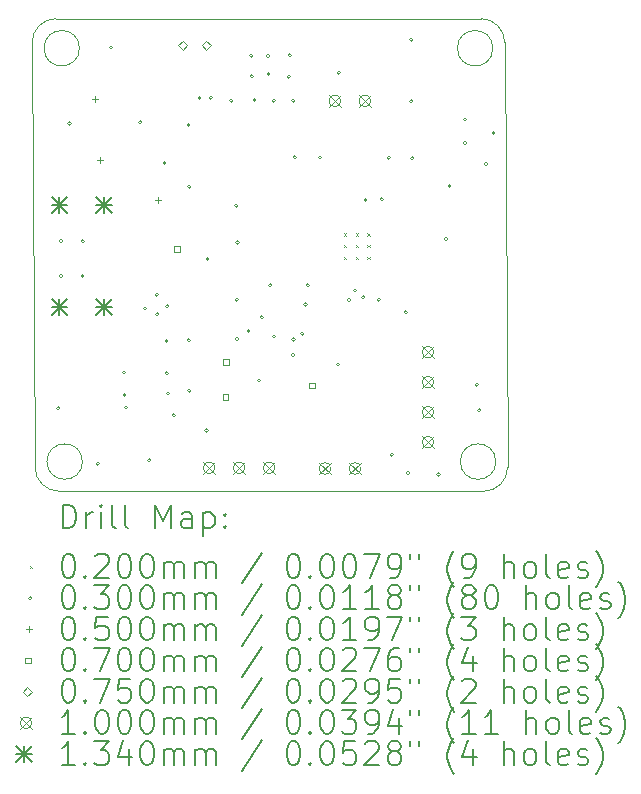
<source format=gbr>
%TF.GenerationSoftware,KiCad,Pcbnew,8.0.3*%
%TF.CreationDate,2025-03-04T10:00:30-06:00*%
%TF.ProjectId,wearable_v2_nrf,77656172-6162-46c6-955f-76325f6e7266,rev?*%
%TF.SameCoordinates,Original*%
%TF.FileFunction,Drillmap*%
%TF.FilePolarity,Positive*%
%FSLAX45Y45*%
G04 Gerber Fmt 4.5, Leading zero omitted, Abs format (unit mm)*
G04 Created by KiCad (PCBNEW 8.0.3) date 2025-03-04 10:00:30*
%MOMM*%
%LPD*%
G01*
G04 APERTURE LIST*
%ADD10C,0.050000*%
%ADD11C,0.200000*%
%ADD12C,0.100000*%
%ADD13C,0.134000*%
G04 APERTURE END LIST*
D10*
X8603921Y-5081421D02*
G75*
G02*
X8303921Y-5081421I-150000J0D01*
G01*
X8303921Y-5081421D02*
G75*
G02*
X8603921Y-5081421I150000J0D01*
G01*
X8628921Y-8581421D02*
G75*
G02*
X8328921Y-8581421I-150000J0D01*
G01*
X8328921Y-8581421D02*
G75*
G02*
X8628921Y-8581421I150000J0D01*
G01*
X8428921Y-8831421D02*
G75*
G02*
X8228919Y-8631421I-1J200001D01*
G01*
X12003921Y-4831421D02*
G75*
G02*
X12203919Y-5031421I-1J-199999D01*
G01*
X12128921Y-8581421D02*
G75*
G02*
X11828921Y-8581421I-150000J0D01*
G01*
X11828921Y-8581421D02*
G75*
G02*
X12128921Y-8581421I150000J0D01*
G01*
X8228921Y-8631421D02*
X8203921Y-5031421D01*
X12228921Y-8631421D02*
G75*
G02*
X12028921Y-8831421I-200001J1D01*
G01*
X12103921Y-5081421D02*
G75*
G02*
X11803921Y-5081421I-150000J0D01*
G01*
X11803921Y-5081421D02*
G75*
G02*
X12103921Y-5081421I150000J0D01*
G01*
X8203921Y-5031421D02*
G75*
G02*
X8403921Y-4831421I199999J1D01*
G01*
X8428921Y-8831421D02*
X12028921Y-8831421D01*
X8403921Y-4831421D02*
X12003921Y-4831421D01*
X12203921Y-5031421D02*
X12228921Y-8631421D01*
D11*
D12*
X10842500Y-6647500D02*
X10862500Y-6667500D01*
X10862500Y-6647500D02*
X10842500Y-6667500D01*
X10842500Y-6747500D02*
X10862500Y-6767500D01*
X10862500Y-6747500D02*
X10842500Y-6767500D01*
X10842500Y-6847500D02*
X10862500Y-6867500D01*
X10862500Y-6847500D02*
X10842500Y-6867500D01*
X10942500Y-6647500D02*
X10962500Y-6667500D01*
X10962500Y-6647500D02*
X10942500Y-6667500D01*
X10942500Y-6747500D02*
X10962500Y-6767500D01*
X10962500Y-6747500D02*
X10942500Y-6767500D01*
X10942500Y-6847500D02*
X10962500Y-6867500D01*
X10962500Y-6847500D02*
X10942500Y-6867500D01*
X11042500Y-6647500D02*
X11062500Y-6667500D01*
X11062500Y-6647500D02*
X11042500Y-6667500D01*
X11042500Y-6747500D02*
X11062500Y-6767500D01*
X11062500Y-6747500D02*
X11042500Y-6767500D01*
X11042500Y-6847500D02*
X11062500Y-6867500D01*
X11062500Y-6847500D02*
X11042500Y-6867500D01*
X8437500Y-8130000D02*
G75*
G02*
X8407500Y-8130000I-15000J0D01*
G01*
X8407500Y-8130000D02*
G75*
G02*
X8437500Y-8130000I15000J0D01*
G01*
X8462500Y-6712500D02*
G75*
G02*
X8432500Y-6712500I-15000J0D01*
G01*
X8432500Y-6712500D02*
G75*
G02*
X8462500Y-6712500I15000J0D01*
G01*
X8465000Y-7010000D02*
G75*
G02*
X8435000Y-7010000I-15000J0D01*
G01*
X8435000Y-7010000D02*
G75*
G02*
X8465000Y-7010000I15000J0D01*
G01*
X8535000Y-5720000D02*
G75*
G02*
X8505000Y-5720000I-15000J0D01*
G01*
X8505000Y-5720000D02*
G75*
G02*
X8535000Y-5720000I15000J0D01*
G01*
X8646250Y-6715000D02*
G75*
G02*
X8616250Y-6715000I-15000J0D01*
G01*
X8616250Y-6715000D02*
G75*
G02*
X8646250Y-6715000I15000J0D01*
G01*
X8646250Y-7010000D02*
G75*
G02*
X8616250Y-7010000I-15000J0D01*
G01*
X8616250Y-7010000D02*
G75*
G02*
X8646250Y-7010000I15000J0D01*
G01*
X8772500Y-8600000D02*
G75*
G02*
X8742500Y-8600000I-15000J0D01*
G01*
X8742500Y-8600000D02*
G75*
G02*
X8772500Y-8600000I15000J0D01*
G01*
X8887500Y-5075000D02*
G75*
G02*
X8857500Y-5075000I-15000J0D01*
G01*
X8857500Y-5075000D02*
G75*
G02*
X8887500Y-5075000I15000J0D01*
G01*
X8997500Y-7827500D02*
G75*
G02*
X8967500Y-7827500I-15000J0D01*
G01*
X8967500Y-7827500D02*
G75*
G02*
X8997500Y-7827500I15000J0D01*
G01*
X9000000Y-8017500D02*
G75*
G02*
X8970000Y-8017500I-15000J0D01*
G01*
X8970000Y-8017500D02*
G75*
G02*
X9000000Y-8017500I15000J0D01*
G01*
X9012500Y-8122500D02*
G75*
G02*
X8982500Y-8122500I-15000J0D01*
G01*
X8982500Y-8122500D02*
G75*
G02*
X9012500Y-8122500I15000J0D01*
G01*
X9135000Y-5708500D02*
G75*
G02*
X9105000Y-5708500I-15000J0D01*
G01*
X9105000Y-5708500D02*
G75*
G02*
X9135000Y-5708500I15000J0D01*
G01*
X9175000Y-7285000D02*
G75*
G02*
X9145000Y-7285000I-15000J0D01*
G01*
X9145000Y-7285000D02*
G75*
G02*
X9175000Y-7285000I15000J0D01*
G01*
X9210000Y-8570000D02*
G75*
G02*
X9180000Y-8570000I-15000J0D01*
G01*
X9180000Y-8570000D02*
G75*
G02*
X9210000Y-8570000I15000J0D01*
G01*
X9272500Y-7170000D02*
G75*
G02*
X9242500Y-7170000I-15000J0D01*
G01*
X9242500Y-7170000D02*
G75*
G02*
X9272500Y-7170000I15000J0D01*
G01*
X9277500Y-7332500D02*
G75*
G02*
X9247500Y-7332500I-15000J0D01*
G01*
X9247500Y-7332500D02*
G75*
G02*
X9277500Y-7332500I15000J0D01*
G01*
X9340000Y-6052500D02*
G75*
G02*
X9310000Y-6052500I-15000J0D01*
G01*
X9310000Y-6052500D02*
G75*
G02*
X9340000Y-6052500I15000J0D01*
G01*
X9355000Y-7560000D02*
G75*
G02*
X9325000Y-7560000I-15000J0D01*
G01*
X9325000Y-7560000D02*
G75*
G02*
X9355000Y-7560000I15000J0D01*
G01*
X9357500Y-7832500D02*
G75*
G02*
X9327500Y-7832500I-15000J0D01*
G01*
X9327500Y-7832500D02*
G75*
G02*
X9357500Y-7832500I15000J0D01*
G01*
X9362500Y-7265000D02*
G75*
G02*
X9332500Y-7265000I-15000J0D01*
G01*
X9332500Y-7265000D02*
G75*
G02*
X9362500Y-7265000I15000J0D01*
G01*
X9367500Y-8005000D02*
G75*
G02*
X9337500Y-8005000I-15000J0D01*
G01*
X9337500Y-8005000D02*
G75*
G02*
X9367500Y-8005000I15000J0D01*
G01*
X9417500Y-8190000D02*
G75*
G02*
X9387500Y-8190000I-15000J0D01*
G01*
X9387500Y-8190000D02*
G75*
G02*
X9417500Y-8190000I15000J0D01*
G01*
X9542500Y-5730000D02*
G75*
G02*
X9512500Y-5730000I-15000J0D01*
G01*
X9512500Y-5730000D02*
G75*
G02*
X9542500Y-5730000I15000J0D01*
G01*
X9545000Y-7555000D02*
G75*
G02*
X9515000Y-7555000I-15000J0D01*
G01*
X9515000Y-7555000D02*
G75*
G02*
X9545000Y-7555000I15000J0D01*
G01*
X9547500Y-6255000D02*
G75*
G02*
X9517500Y-6255000I-15000J0D01*
G01*
X9517500Y-6255000D02*
G75*
G02*
X9547500Y-6255000I15000J0D01*
G01*
X9550000Y-7982500D02*
G75*
G02*
X9520000Y-7982500I-15000J0D01*
G01*
X9520000Y-7982500D02*
G75*
G02*
X9550000Y-7982500I15000J0D01*
G01*
X9635000Y-5502500D02*
G75*
G02*
X9605000Y-5502500I-15000J0D01*
G01*
X9605000Y-5502500D02*
G75*
G02*
X9635000Y-5502500I15000J0D01*
G01*
X9695000Y-8320000D02*
G75*
G02*
X9665000Y-8320000I-15000J0D01*
G01*
X9665000Y-8320000D02*
G75*
G02*
X9695000Y-8320000I15000J0D01*
G01*
X9702500Y-6865000D02*
G75*
G02*
X9672500Y-6865000I-15000J0D01*
G01*
X9672500Y-6865000D02*
G75*
G02*
X9702500Y-6865000I15000J0D01*
G01*
X9731250Y-5501250D02*
G75*
G02*
X9701250Y-5501250I-15000J0D01*
G01*
X9701250Y-5501250D02*
G75*
G02*
X9731250Y-5501250I15000J0D01*
G01*
X9905000Y-5527500D02*
G75*
G02*
X9875000Y-5527500I-15000J0D01*
G01*
X9875000Y-5527500D02*
G75*
G02*
X9905000Y-5527500I15000J0D01*
G01*
X9947500Y-6415000D02*
G75*
G02*
X9917500Y-6415000I-15000J0D01*
G01*
X9917500Y-6415000D02*
G75*
G02*
X9947500Y-6415000I15000J0D01*
G01*
X9949755Y-7211250D02*
G75*
G02*
X9919755Y-7211250I-15000J0D01*
G01*
X9919755Y-7211250D02*
G75*
G02*
X9949755Y-7211250I15000J0D01*
G01*
X9952500Y-7545000D02*
G75*
G02*
X9922500Y-7545000I-15000J0D01*
G01*
X9922500Y-7545000D02*
G75*
G02*
X9952500Y-7545000I15000J0D01*
G01*
X9957500Y-6727500D02*
G75*
G02*
X9927500Y-6727500I-15000J0D01*
G01*
X9927500Y-6727500D02*
G75*
G02*
X9957500Y-6727500I15000J0D01*
G01*
X10050000Y-7475000D02*
G75*
G02*
X10020000Y-7475000I-15000J0D01*
G01*
X10020000Y-7475000D02*
G75*
G02*
X10050000Y-7475000I15000J0D01*
G01*
X10072500Y-5145000D02*
G75*
G02*
X10042500Y-5145000I-15000J0D01*
G01*
X10042500Y-5145000D02*
G75*
G02*
X10072500Y-5145000I15000J0D01*
G01*
X10077500Y-5317500D02*
G75*
G02*
X10047500Y-5317500I-15000J0D01*
G01*
X10047500Y-5317500D02*
G75*
G02*
X10077500Y-5317500I15000J0D01*
G01*
X10102500Y-5520000D02*
G75*
G02*
X10072500Y-5520000I-15000J0D01*
G01*
X10072500Y-5520000D02*
G75*
G02*
X10102500Y-5520000I15000J0D01*
G01*
X10140000Y-7895000D02*
G75*
G02*
X10110000Y-7895000I-15000J0D01*
G01*
X10110000Y-7895000D02*
G75*
G02*
X10140000Y-7895000I15000J0D01*
G01*
X10162500Y-7357500D02*
G75*
G02*
X10132500Y-7357500I-15000J0D01*
G01*
X10132500Y-7357500D02*
G75*
G02*
X10162500Y-7357500I15000J0D01*
G01*
X10215000Y-5147500D02*
G75*
G02*
X10185000Y-5147500I-15000J0D01*
G01*
X10185000Y-5147500D02*
G75*
G02*
X10215000Y-5147500I15000J0D01*
G01*
X10220000Y-5300000D02*
G75*
G02*
X10190000Y-5300000I-15000J0D01*
G01*
X10190000Y-5300000D02*
G75*
G02*
X10220000Y-5300000I15000J0D01*
G01*
X10235000Y-7087500D02*
G75*
G02*
X10205000Y-7087500I-15000J0D01*
G01*
X10205000Y-7087500D02*
G75*
G02*
X10235000Y-7087500I15000J0D01*
G01*
X10265000Y-5525000D02*
G75*
G02*
X10235000Y-5525000I-15000J0D01*
G01*
X10235000Y-5525000D02*
G75*
G02*
X10265000Y-5525000I15000J0D01*
G01*
X10267500Y-7522500D02*
G75*
G02*
X10237500Y-7522500I-15000J0D01*
G01*
X10237500Y-7522500D02*
G75*
G02*
X10267500Y-7522500I15000J0D01*
G01*
X10392500Y-5322500D02*
G75*
G02*
X10362500Y-5322500I-15000J0D01*
G01*
X10362500Y-5322500D02*
G75*
G02*
X10392500Y-5322500I15000J0D01*
G01*
X10400000Y-5140000D02*
G75*
G02*
X10370000Y-5140000I-15000J0D01*
G01*
X10370000Y-5140000D02*
G75*
G02*
X10400000Y-5140000I15000J0D01*
G01*
X10427500Y-7680000D02*
G75*
G02*
X10397500Y-7680000I-15000J0D01*
G01*
X10397500Y-7680000D02*
G75*
G02*
X10427500Y-7680000I15000J0D01*
G01*
X10430000Y-5527500D02*
G75*
G02*
X10400000Y-5527500I-15000J0D01*
G01*
X10400000Y-5527500D02*
G75*
G02*
X10430000Y-5527500I15000J0D01*
G01*
X10430000Y-7547500D02*
G75*
G02*
X10400000Y-7547500I-15000J0D01*
G01*
X10400000Y-7547500D02*
G75*
G02*
X10430000Y-7547500I15000J0D01*
G01*
X10442500Y-6003750D02*
G75*
G02*
X10412500Y-6003750I-15000J0D01*
G01*
X10412500Y-6003750D02*
G75*
G02*
X10442500Y-6003750I15000J0D01*
G01*
X10505000Y-7497500D02*
G75*
G02*
X10475000Y-7497500I-15000J0D01*
G01*
X10475000Y-7497500D02*
G75*
G02*
X10505000Y-7497500I15000J0D01*
G01*
X10532500Y-7252500D02*
G75*
G02*
X10502500Y-7252500I-15000J0D01*
G01*
X10502500Y-7252500D02*
G75*
G02*
X10532500Y-7252500I15000J0D01*
G01*
X10552500Y-7087500D02*
G75*
G02*
X10522500Y-7087500I-15000J0D01*
G01*
X10522500Y-7087500D02*
G75*
G02*
X10552500Y-7087500I15000J0D01*
G01*
X10655000Y-6007500D02*
G75*
G02*
X10625000Y-6007500I-15000J0D01*
G01*
X10625000Y-6007500D02*
G75*
G02*
X10655000Y-6007500I15000J0D01*
G01*
X10807500Y-7760000D02*
G75*
G02*
X10777500Y-7760000I-15000J0D01*
G01*
X10777500Y-7760000D02*
G75*
G02*
X10807500Y-7760000I15000J0D01*
G01*
X10815000Y-5287500D02*
G75*
G02*
X10785000Y-5287500I-15000J0D01*
G01*
X10785000Y-5287500D02*
G75*
G02*
X10815000Y-5287500I15000J0D01*
G01*
X10902500Y-7212500D02*
G75*
G02*
X10872500Y-7212500I-15000J0D01*
G01*
X10872500Y-7212500D02*
G75*
G02*
X10902500Y-7212500I15000J0D01*
G01*
X10952500Y-7132776D02*
G75*
G02*
X10922500Y-7132776I-15000J0D01*
G01*
X10922500Y-7132776D02*
G75*
G02*
X10952500Y-7132776I15000J0D01*
G01*
X11022500Y-7190000D02*
G75*
G02*
X10992500Y-7190000I-15000J0D01*
G01*
X10992500Y-7190000D02*
G75*
G02*
X11022500Y-7190000I15000J0D01*
G01*
X11040000Y-6367500D02*
G75*
G02*
X11010000Y-6367500I-15000J0D01*
G01*
X11010000Y-6367500D02*
G75*
G02*
X11040000Y-6367500I15000J0D01*
G01*
X11152500Y-7212500D02*
G75*
G02*
X11122500Y-7212500I-15000J0D01*
G01*
X11122500Y-7212500D02*
G75*
G02*
X11152500Y-7212500I15000J0D01*
G01*
X11177500Y-6360000D02*
G75*
G02*
X11147500Y-6360000I-15000J0D01*
G01*
X11147500Y-6360000D02*
G75*
G02*
X11177500Y-6360000I15000J0D01*
G01*
X11237500Y-6010000D02*
G75*
G02*
X11207500Y-6010000I-15000J0D01*
G01*
X11207500Y-6010000D02*
G75*
G02*
X11237500Y-6010000I15000J0D01*
G01*
X11262500Y-8522500D02*
G75*
G02*
X11232500Y-8522500I-15000J0D01*
G01*
X11232500Y-8522500D02*
G75*
G02*
X11262500Y-8522500I15000J0D01*
G01*
X11382500Y-7317500D02*
G75*
G02*
X11352500Y-7317500I-15000J0D01*
G01*
X11352500Y-7317500D02*
G75*
G02*
X11382500Y-7317500I15000J0D01*
G01*
X11400000Y-8677500D02*
G75*
G02*
X11370000Y-8677500I-15000J0D01*
G01*
X11370000Y-8677500D02*
G75*
G02*
X11400000Y-8677500I15000J0D01*
G01*
X11430000Y-5010000D02*
G75*
G02*
X11400000Y-5010000I-15000J0D01*
G01*
X11400000Y-5010000D02*
G75*
G02*
X11430000Y-5010000I15000J0D01*
G01*
X11430000Y-5530000D02*
G75*
G02*
X11400000Y-5530000I-15000J0D01*
G01*
X11400000Y-5530000D02*
G75*
G02*
X11430000Y-5530000I15000J0D01*
G01*
X11437500Y-6012500D02*
G75*
G02*
X11407500Y-6012500I-15000J0D01*
G01*
X11407500Y-6012500D02*
G75*
G02*
X11437500Y-6012500I15000J0D01*
G01*
X11659069Y-8692245D02*
G75*
G02*
X11629069Y-8692245I-15000J0D01*
G01*
X11629069Y-8692245D02*
G75*
G02*
X11659069Y-8692245I15000J0D01*
G01*
X11722500Y-6697500D02*
G75*
G02*
X11692500Y-6697500I-15000J0D01*
G01*
X11692500Y-6697500D02*
G75*
G02*
X11722500Y-6697500I15000J0D01*
G01*
X11751200Y-6248800D02*
G75*
G02*
X11721200Y-6248800I-15000J0D01*
G01*
X11721200Y-6248800D02*
G75*
G02*
X11751200Y-6248800I15000J0D01*
G01*
X11882500Y-5885000D02*
G75*
G02*
X11852500Y-5885000I-15000J0D01*
G01*
X11852500Y-5885000D02*
G75*
G02*
X11882500Y-5885000I15000J0D01*
G01*
X11885000Y-5685000D02*
G75*
G02*
X11855000Y-5685000I-15000J0D01*
G01*
X11855000Y-5685000D02*
G75*
G02*
X11885000Y-5685000I15000J0D01*
G01*
X11982500Y-7932500D02*
G75*
G02*
X11952500Y-7932500I-15000J0D01*
G01*
X11952500Y-7932500D02*
G75*
G02*
X11982500Y-7932500I15000J0D01*
G01*
X12002951Y-8147766D02*
G75*
G02*
X11972951Y-8147766I-15000J0D01*
G01*
X11972951Y-8147766D02*
G75*
G02*
X12002951Y-8147766I15000J0D01*
G01*
X12060000Y-6062500D02*
G75*
G02*
X12030000Y-6062500I-15000J0D01*
G01*
X12030000Y-6062500D02*
G75*
G02*
X12060000Y-6062500I15000J0D01*
G01*
X12125000Y-5800000D02*
G75*
G02*
X12095000Y-5800000I-15000J0D01*
G01*
X12095000Y-5800000D02*
G75*
G02*
X12125000Y-5800000I15000J0D01*
G01*
X8732500Y-5487500D02*
X8732500Y-5537500D01*
X8707500Y-5512500D02*
X8757500Y-5512500D01*
X8780000Y-6000000D02*
X8780000Y-6050000D01*
X8755000Y-6025000D02*
X8805000Y-6025000D01*
X9272500Y-6342500D02*
X9272500Y-6392500D01*
X9247500Y-6367500D02*
X9297500Y-6367500D01*
X9452249Y-6807249D02*
X9452249Y-6757751D01*
X9402751Y-6757751D01*
X9402751Y-6807249D01*
X9452249Y-6807249D01*
X9864749Y-8062249D02*
X9864749Y-8012751D01*
X9815251Y-8012751D01*
X9815251Y-8062249D01*
X9864749Y-8062249D01*
X9869749Y-7762249D02*
X9869749Y-7712751D01*
X9820251Y-7712751D01*
X9820251Y-7762249D01*
X9869749Y-7762249D01*
X10599749Y-7962249D02*
X10599749Y-7912751D01*
X10550251Y-7912751D01*
X10550251Y-7962249D01*
X10599749Y-7962249D01*
X9477500Y-5095000D02*
X9515000Y-5057500D01*
X9477500Y-5020000D01*
X9440000Y-5057500D01*
X9477500Y-5095000D01*
X9677500Y-5095000D02*
X9715000Y-5057500D01*
X9677500Y-5020000D01*
X9640000Y-5057500D01*
X9677500Y-5095000D01*
X9652000Y-8585000D02*
X9752000Y-8685000D01*
X9752000Y-8585000D02*
X9652000Y-8685000D01*
X9752000Y-8635000D02*
G75*
G02*
X9652000Y-8635000I-50000J0D01*
G01*
X9652000Y-8635000D02*
G75*
G02*
X9752000Y-8635000I50000J0D01*
G01*
X9906000Y-8585000D02*
X10006000Y-8685000D01*
X10006000Y-8585000D02*
X9906000Y-8685000D01*
X10006000Y-8635000D02*
G75*
G02*
X9906000Y-8635000I-50000J0D01*
G01*
X9906000Y-8635000D02*
G75*
G02*
X10006000Y-8635000I50000J0D01*
G01*
X10160000Y-8585000D02*
X10260000Y-8685000D01*
X10260000Y-8585000D02*
X10160000Y-8685000D01*
X10260000Y-8635000D02*
G75*
G02*
X10160000Y-8635000I-50000J0D01*
G01*
X10160000Y-8635000D02*
G75*
G02*
X10260000Y-8635000I50000J0D01*
G01*
X10632500Y-8590000D02*
X10732500Y-8690000D01*
X10732500Y-8590000D02*
X10632500Y-8690000D01*
X10732500Y-8640000D02*
G75*
G02*
X10632500Y-8640000I-50000J0D01*
G01*
X10632500Y-8640000D02*
G75*
G02*
X10732500Y-8640000I50000J0D01*
G01*
X10716000Y-5477500D02*
X10816000Y-5577500D01*
X10816000Y-5477500D02*
X10716000Y-5577500D01*
X10816000Y-5527500D02*
G75*
G02*
X10716000Y-5527500I-50000J0D01*
G01*
X10716000Y-5527500D02*
G75*
G02*
X10816000Y-5527500I50000J0D01*
G01*
X10886500Y-8590000D02*
X10986500Y-8690000D01*
X10986500Y-8590000D02*
X10886500Y-8690000D01*
X10986500Y-8640000D02*
G75*
G02*
X10886500Y-8640000I-50000J0D01*
G01*
X10886500Y-8640000D02*
G75*
G02*
X10986500Y-8640000I50000J0D01*
G01*
X10970000Y-5477500D02*
X11070000Y-5577500D01*
X11070000Y-5477500D02*
X10970000Y-5577500D01*
X11070000Y-5527500D02*
G75*
G02*
X10970000Y-5527500I-50000J0D01*
G01*
X10970000Y-5527500D02*
G75*
G02*
X11070000Y-5527500I50000J0D01*
G01*
X11505000Y-7604500D02*
X11605000Y-7704500D01*
X11605000Y-7604500D02*
X11505000Y-7704500D01*
X11605000Y-7654500D02*
G75*
G02*
X11505000Y-7654500I-50000J0D01*
G01*
X11505000Y-7654500D02*
G75*
G02*
X11605000Y-7654500I50000J0D01*
G01*
X11505000Y-7858500D02*
X11605000Y-7958500D01*
X11605000Y-7858500D02*
X11505000Y-7958500D01*
X11605000Y-7908500D02*
G75*
G02*
X11505000Y-7908500I-50000J0D01*
G01*
X11505000Y-7908500D02*
G75*
G02*
X11605000Y-7908500I50000J0D01*
G01*
X11505000Y-8112500D02*
X11605000Y-8212500D01*
X11605000Y-8112500D02*
X11505000Y-8212500D01*
X11605000Y-8162500D02*
G75*
G02*
X11505000Y-8162500I-50000J0D01*
G01*
X11505000Y-8162500D02*
G75*
G02*
X11605000Y-8162500I50000J0D01*
G01*
X11505000Y-8366500D02*
X11605000Y-8466500D01*
X11605000Y-8366500D02*
X11505000Y-8466500D01*
X11605000Y-8416500D02*
G75*
G02*
X11505000Y-8416500I-50000J0D01*
G01*
X11505000Y-8416500D02*
G75*
G02*
X11605000Y-8416500I50000J0D01*
G01*
D13*
X8367750Y-6341000D02*
X8501750Y-6475000D01*
X8501750Y-6341000D02*
X8367750Y-6475000D01*
X8434750Y-6341000D02*
X8434750Y-6475000D01*
X8367750Y-6408000D02*
X8501750Y-6408000D01*
X8367750Y-7205000D02*
X8501750Y-7339000D01*
X8501750Y-7205000D02*
X8367750Y-7339000D01*
X8434750Y-7205000D02*
X8434750Y-7339000D01*
X8367750Y-7272000D02*
X8501750Y-7272000D01*
X8747750Y-6341000D02*
X8881750Y-6475000D01*
X8881750Y-6341000D02*
X8747750Y-6475000D01*
X8814750Y-6341000D02*
X8814750Y-6475000D01*
X8747750Y-6408000D02*
X8881750Y-6408000D01*
X8747750Y-7205000D02*
X8881750Y-7339000D01*
X8881750Y-7205000D02*
X8747750Y-7339000D01*
X8814750Y-7205000D02*
X8814750Y-7339000D01*
X8747750Y-7272000D02*
X8881750Y-7272000D01*
D11*
X8462198Y-9145405D02*
X8462198Y-8945405D01*
X8462198Y-8945405D02*
X8509817Y-8945405D01*
X8509817Y-8945405D02*
X8538389Y-8954929D01*
X8538389Y-8954929D02*
X8557436Y-8973977D01*
X8557436Y-8973977D02*
X8566960Y-8993024D01*
X8566960Y-8993024D02*
X8576484Y-9031119D01*
X8576484Y-9031119D02*
X8576484Y-9059691D01*
X8576484Y-9059691D02*
X8566960Y-9097786D01*
X8566960Y-9097786D02*
X8557436Y-9116834D01*
X8557436Y-9116834D02*
X8538389Y-9135881D01*
X8538389Y-9135881D02*
X8509817Y-9145405D01*
X8509817Y-9145405D02*
X8462198Y-9145405D01*
X8662198Y-9145405D02*
X8662198Y-9012072D01*
X8662198Y-9050167D02*
X8671722Y-9031119D01*
X8671722Y-9031119D02*
X8681246Y-9021596D01*
X8681246Y-9021596D02*
X8700293Y-9012072D01*
X8700293Y-9012072D02*
X8719341Y-9012072D01*
X8786008Y-9145405D02*
X8786008Y-9012072D01*
X8786008Y-8945405D02*
X8776484Y-8954929D01*
X8776484Y-8954929D02*
X8786008Y-8964453D01*
X8786008Y-8964453D02*
X8795532Y-8954929D01*
X8795532Y-8954929D02*
X8786008Y-8945405D01*
X8786008Y-8945405D02*
X8786008Y-8964453D01*
X8909817Y-9145405D02*
X8890770Y-9135881D01*
X8890770Y-9135881D02*
X8881246Y-9116834D01*
X8881246Y-9116834D02*
X8881246Y-8945405D01*
X9014579Y-9145405D02*
X8995532Y-9135881D01*
X8995532Y-9135881D02*
X8986008Y-9116834D01*
X8986008Y-9116834D02*
X8986008Y-8945405D01*
X9243151Y-9145405D02*
X9243151Y-8945405D01*
X9243151Y-8945405D02*
X9309817Y-9088262D01*
X9309817Y-9088262D02*
X9376484Y-8945405D01*
X9376484Y-8945405D02*
X9376484Y-9145405D01*
X9557436Y-9145405D02*
X9557436Y-9040643D01*
X9557436Y-9040643D02*
X9547913Y-9021596D01*
X9547913Y-9021596D02*
X9528865Y-9012072D01*
X9528865Y-9012072D02*
X9490770Y-9012072D01*
X9490770Y-9012072D02*
X9471722Y-9021596D01*
X9557436Y-9135881D02*
X9538389Y-9145405D01*
X9538389Y-9145405D02*
X9490770Y-9145405D01*
X9490770Y-9145405D02*
X9471722Y-9135881D01*
X9471722Y-9135881D02*
X9462198Y-9116834D01*
X9462198Y-9116834D02*
X9462198Y-9097786D01*
X9462198Y-9097786D02*
X9471722Y-9078739D01*
X9471722Y-9078739D02*
X9490770Y-9069215D01*
X9490770Y-9069215D02*
X9538389Y-9069215D01*
X9538389Y-9069215D02*
X9557436Y-9059691D01*
X9652674Y-9012072D02*
X9652674Y-9212072D01*
X9652674Y-9021596D02*
X9671722Y-9012072D01*
X9671722Y-9012072D02*
X9709817Y-9012072D01*
X9709817Y-9012072D02*
X9728865Y-9021596D01*
X9728865Y-9021596D02*
X9738389Y-9031119D01*
X9738389Y-9031119D02*
X9747913Y-9050167D01*
X9747913Y-9050167D02*
X9747913Y-9107310D01*
X9747913Y-9107310D02*
X9738389Y-9126358D01*
X9738389Y-9126358D02*
X9728865Y-9135881D01*
X9728865Y-9135881D02*
X9709817Y-9145405D01*
X9709817Y-9145405D02*
X9671722Y-9145405D01*
X9671722Y-9145405D02*
X9652674Y-9135881D01*
X9833627Y-9126358D02*
X9843151Y-9135881D01*
X9843151Y-9135881D02*
X9833627Y-9145405D01*
X9833627Y-9145405D02*
X9824103Y-9135881D01*
X9824103Y-9135881D02*
X9833627Y-9126358D01*
X9833627Y-9126358D02*
X9833627Y-9145405D01*
X9833627Y-9021596D02*
X9843151Y-9031119D01*
X9843151Y-9031119D02*
X9833627Y-9040643D01*
X9833627Y-9040643D02*
X9824103Y-9031119D01*
X9824103Y-9031119D02*
X9833627Y-9021596D01*
X9833627Y-9021596D02*
X9833627Y-9040643D01*
D12*
X8181421Y-9463921D02*
X8201421Y-9483921D01*
X8201421Y-9463921D02*
X8181421Y-9483921D01*
D11*
X8500293Y-9365405D02*
X8519341Y-9365405D01*
X8519341Y-9365405D02*
X8538389Y-9374929D01*
X8538389Y-9374929D02*
X8547913Y-9384453D01*
X8547913Y-9384453D02*
X8557436Y-9403500D01*
X8557436Y-9403500D02*
X8566960Y-9441596D01*
X8566960Y-9441596D02*
X8566960Y-9489215D01*
X8566960Y-9489215D02*
X8557436Y-9527310D01*
X8557436Y-9527310D02*
X8547913Y-9546358D01*
X8547913Y-9546358D02*
X8538389Y-9555881D01*
X8538389Y-9555881D02*
X8519341Y-9565405D01*
X8519341Y-9565405D02*
X8500293Y-9565405D01*
X8500293Y-9565405D02*
X8481246Y-9555881D01*
X8481246Y-9555881D02*
X8471722Y-9546358D01*
X8471722Y-9546358D02*
X8462198Y-9527310D01*
X8462198Y-9527310D02*
X8452674Y-9489215D01*
X8452674Y-9489215D02*
X8452674Y-9441596D01*
X8452674Y-9441596D02*
X8462198Y-9403500D01*
X8462198Y-9403500D02*
X8471722Y-9384453D01*
X8471722Y-9384453D02*
X8481246Y-9374929D01*
X8481246Y-9374929D02*
X8500293Y-9365405D01*
X8652674Y-9546358D02*
X8662198Y-9555881D01*
X8662198Y-9555881D02*
X8652674Y-9565405D01*
X8652674Y-9565405D02*
X8643151Y-9555881D01*
X8643151Y-9555881D02*
X8652674Y-9546358D01*
X8652674Y-9546358D02*
X8652674Y-9565405D01*
X8738389Y-9384453D02*
X8747913Y-9374929D01*
X8747913Y-9374929D02*
X8766960Y-9365405D01*
X8766960Y-9365405D02*
X8814579Y-9365405D01*
X8814579Y-9365405D02*
X8833627Y-9374929D01*
X8833627Y-9374929D02*
X8843151Y-9384453D01*
X8843151Y-9384453D02*
X8852674Y-9403500D01*
X8852674Y-9403500D02*
X8852674Y-9422548D01*
X8852674Y-9422548D02*
X8843151Y-9451119D01*
X8843151Y-9451119D02*
X8728865Y-9565405D01*
X8728865Y-9565405D02*
X8852674Y-9565405D01*
X8976484Y-9365405D02*
X8995532Y-9365405D01*
X8995532Y-9365405D02*
X9014579Y-9374929D01*
X9014579Y-9374929D02*
X9024103Y-9384453D01*
X9024103Y-9384453D02*
X9033627Y-9403500D01*
X9033627Y-9403500D02*
X9043151Y-9441596D01*
X9043151Y-9441596D02*
X9043151Y-9489215D01*
X9043151Y-9489215D02*
X9033627Y-9527310D01*
X9033627Y-9527310D02*
X9024103Y-9546358D01*
X9024103Y-9546358D02*
X9014579Y-9555881D01*
X9014579Y-9555881D02*
X8995532Y-9565405D01*
X8995532Y-9565405D02*
X8976484Y-9565405D01*
X8976484Y-9565405D02*
X8957436Y-9555881D01*
X8957436Y-9555881D02*
X8947913Y-9546358D01*
X8947913Y-9546358D02*
X8938389Y-9527310D01*
X8938389Y-9527310D02*
X8928865Y-9489215D01*
X8928865Y-9489215D02*
X8928865Y-9441596D01*
X8928865Y-9441596D02*
X8938389Y-9403500D01*
X8938389Y-9403500D02*
X8947913Y-9384453D01*
X8947913Y-9384453D02*
X8957436Y-9374929D01*
X8957436Y-9374929D02*
X8976484Y-9365405D01*
X9166960Y-9365405D02*
X9186008Y-9365405D01*
X9186008Y-9365405D02*
X9205055Y-9374929D01*
X9205055Y-9374929D02*
X9214579Y-9384453D01*
X9214579Y-9384453D02*
X9224103Y-9403500D01*
X9224103Y-9403500D02*
X9233627Y-9441596D01*
X9233627Y-9441596D02*
X9233627Y-9489215D01*
X9233627Y-9489215D02*
X9224103Y-9527310D01*
X9224103Y-9527310D02*
X9214579Y-9546358D01*
X9214579Y-9546358D02*
X9205055Y-9555881D01*
X9205055Y-9555881D02*
X9186008Y-9565405D01*
X9186008Y-9565405D02*
X9166960Y-9565405D01*
X9166960Y-9565405D02*
X9147913Y-9555881D01*
X9147913Y-9555881D02*
X9138389Y-9546358D01*
X9138389Y-9546358D02*
X9128865Y-9527310D01*
X9128865Y-9527310D02*
X9119341Y-9489215D01*
X9119341Y-9489215D02*
X9119341Y-9441596D01*
X9119341Y-9441596D02*
X9128865Y-9403500D01*
X9128865Y-9403500D02*
X9138389Y-9384453D01*
X9138389Y-9384453D02*
X9147913Y-9374929D01*
X9147913Y-9374929D02*
X9166960Y-9365405D01*
X9319341Y-9565405D02*
X9319341Y-9432072D01*
X9319341Y-9451119D02*
X9328865Y-9441596D01*
X9328865Y-9441596D02*
X9347913Y-9432072D01*
X9347913Y-9432072D02*
X9376484Y-9432072D01*
X9376484Y-9432072D02*
X9395532Y-9441596D01*
X9395532Y-9441596D02*
X9405055Y-9460643D01*
X9405055Y-9460643D02*
X9405055Y-9565405D01*
X9405055Y-9460643D02*
X9414579Y-9441596D01*
X9414579Y-9441596D02*
X9433627Y-9432072D01*
X9433627Y-9432072D02*
X9462198Y-9432072D01*
X9462198Y-9432072D02*
X9481246Y-9441596D01*
X9481246Y-9441596D02*
X9490770Y-9460643D01*
X9490770Y-9460643D02*
X9490770Y-9565405D01*
X9586008Y-9565405D02*
X9586008Y-9432072D01*
X9586008Y-9451119D02*
X9595532Y-9441596D01*
X9595532Y-9441596D02*
X9614579Y-9432072D01*
X9614579Y-9432072D02*
X9643151Y-9432072D01*
X9643151Y-9432072D02*
X9662198Y-9441596D01*
X9662198Y-9441596D02*
X9671722Y-9460643D01*
X9671722Y-9460643D02*
X9671722Y-9565405D01*
X9671722Y-9460643D02*
X9681246Y-9441596D01*
X9681246Y-9441596D02*
X9700294Y-9432072D01*
X9700294Y-9432072D02*
X9728865Y-9432072D01*
X9728865Y-9432072D02*
X9747913Y-9441596D01*
X9747913Y-9441596D02*
X9757436Y-9460643D01*
X9757436Y-9460643D02*
X9757436Y-9565405D01*
X10147913Y-9355881D02*
X9976484Y-9613024D01*
X10405056Y-9365405D02*
X10424103Y-9365405D01*
X10424103Y-9365405D02*
X10443151Y-9374929D01*
X10443151Y-9374929D02*
X10452675Y-9384453D01*
X10452675Y-9384453D02*
X10462198Y-9403500D01*
X10462198Y-9403500D02*
X10471722Y-9441596D01*
X10471722Y-9441596D02*
X10471722Y-9489215D01*
X10471722Y-9489215D02*
X10462198Y-9527310D01*
X10462198Y-9527310D02*
X10452675Y-9546358D01*
X10452675Y-9546358D02*
X10443151Y-9555881D01*
X10443151Y-9555881D02*
X10424103Y-9565405D01*
X10424103Y-9565405D02*
X10405056Y-9565405D01*
X10405056Y-9565405D02*
X10386008Y-9555881D01*
X10386008Y-9555881D02*
X10376484Y-9546358D01*
X10376484Y-9546358D02*
X10366960Y-9527310D01*
X10366960Y-9527310D02*
X10357437Y-9489215D01*
X10357437Y-9489215D02*
X10357437Y-9441596D01*
X10357437Y-9441596D02*
X10366960Y-9403500D01*
X10366960Y-9403500D02*
X10376484Y-9384453D01*
X10376484Y-9384453D02*
X10386008Y-9374929D01*
X10386008Y-9374929D02*
X10405056Y-9365405D01*
X10557437Y-9546358D02*
X10566960Y-9555881D01*
X10566960Y-9555881D02*
X10557437Y-9565405D01*
X10557437Y-9565405D02*
X10547913Y-9555881D01*
X10547913Y-9555881D02*
X10557437Y-9546358D01*
X10557437Y-9546358D02*
X10557437Y-9565405D01*
X10690770Y-9365405D02*
X10709818Y-9365405D01*
X10709818Y-9365405D02*
X10728865Y-9374929D01*
X10728865Y-9374929D02*
X10738389Y-9384453D01*
X10738389Y-9384453D02*
X10747913Y-9403500D01*
X10747913Y-9403500D02*
X10757437Y-9441596D01*
X10757437Y-9441596D02*
X10757437Y-9489215D01*
X10757437Y-9489215D02*
X10747913Y-9527310D01*
X10747913Y-9527310D02*
X10738389Y-9546358D01*
X10738389Y-9546358D02*
X10728865Y-9555881D01*
X10728865Y-9555881D02*
X10709818Y-9565405D01*
X10709818Y-9565405D02*
X10690770Y-9565405D01*
X10690770Y-9565405D02*
X10671722Y-9555881D01*
X10671722Y-9555881D02*
X10662198Y-9546358D01*
X10662198Y-9546358D02*
X10652675Y-9527310D01*
X10652675Y-9527310D02*
X10643151Y-9489215D01*
X10643151Y-9489215D02*
X10643151Y-9441596D01*
X10643151Y-9441596D02*
X10652675Y-9403500D01*
X10652675Y-9403500D02*
X10662198Y-9384453D01*
X10662198Y-9384453D02*
X10671722Y-9374929D01*
X10671722Y-9374929D02*
X10690770Y-9365405D01*
X10881246Y-9365405D02*
X10900294Y-9365405D01*
X10900294Y-9365405D02*
X10919341Y-9374929D01*
X10919341Y-9374929D02*
X10928865Y-9384453D01*
X10928865Y-9384453D02*
X10938389Y-9403500D01*
X10938389Y-9403500D02*
X10947913Y-9441596D01*
X10947913Y-9441596D02*
X10947913Y-9489215D01*
X10947913Y-9489215D02*
X10938389Y-9527310D01*
X10938389Y-9527310D02*
X10928865Y-9546358D01*
X10928865Y-9546358D02*
X10919341Y-9555881D01*
X10919341Y-9555881D02*
X10900294Y-9565405D01*
X10900294Y-9565405D02*
X10881246Y-9565405D01*
X10881246Y-9565405D02*
X10862198Y-9555881D01*
X10862198Y-9555881D02*
X10852675Y-9546358D01*
X10852675Y-9546358D02*
X10843151Y-9527310D01*
X10843151Y-9527310D02*
X10833627Y-9489215D01*
X10833627Y-9489215D02*
X10833627Y-9441596D01*
X10833627Y-9441596D02*
X10843151Y-9403500D01*
X10843151Y-9403500D02*
X10852675Y-9384453D01*
X10852675Y-9384453D02*
X10862198Y-9374929D01*
X10862198Y-9374929D02*
X10881246Y-9365405D01*
X11014579Y-9365405D02*
X11147913Y-9365405D01*
X11147913Y-9365405D02*
X11062198Y-9565405D01*
X11233627Y-9565405D02*
X11271722Y-9565405D01*
X11271722Y-9565405D02*
X11290770Y-9555881D01*
X11290770Y-9555881D02*
X11300294Y-9546358D01*
X11300294Y-9546358D02*
X11319341Y-9517786D01*
X11319341Y-9517786D02*
X11328865Y-9479691D01*
X11328865Y-9479691D02*
X11328865Y-9403500D01*
X11328865Y-9403500D02*
X11319341Y-9384453D01*
X11319341Y-9384453D02*
X11309817Y-9374929D01*
X11309817Y-9374929D02*
X11290770Y-9365405D01*
X11290770Y-9365405D02*
X11252675Y-9365405D01*
X11252675Y-9365405D02*
X11233627Y-9374929D01*
X11233627Y-9374929D02*
X11224103Y-9384453D01*
X11224103Y-9384453D02*
X11214579Y-9403500D01*
X11214579Y-9403500D02*
X11214579Y-9451119D01*
X11214579Y-9451119D02*
X11224103Y-9470167D01*
X11224103Y-9470167D02*
X11233627Y-9479691D01*
X11233627Y-9479691D02*
X11252675Y-9489215D01*
X11252675Y-9489215D02*
X11290770Y-9489215D01*
X11290770Y-9489215D02*
X11309817Y-9479691D01*
X11309817Y-9479691D02*
X11319341Y-9470167D01*
X11319341Y-9470167D02*
X11328865Y-9451119D01*
X11405056Y-9365405D02*
X11405056Y-9403500D01*
X11481246Y-9365405D02*
X11481246Y-9403500D01*
X11776484Y-9641596D02*
X11766960Y-9632072D01*
X11766960Y-9632072D02*
X11747913Y-9603500D01*
X11747913Y-9603500D02*
X11738389Y-9584453D01*
X11738389Y-9584453D02*
X11728865Y-9555881D01*
X11728865Y-9555881D02*
X11719341Y-9508262D01*
X11719341Y-9508262D02*
X11719341Y-9470167D01*
X11719341Y-9470167D02*
X11728865Y-9422548D01*
X11728865Y-9422548D02*
X11738389Y-9393977D01*
X11738389Y-9393977D02*
X11747913Y-9374929D01*
X11747913Y-9374929D02*
X11766960Y-9346358D01*
X11766960Y-9346358D02*
X11776484Y-9336834D01*
X11862198Y-9565405D02*
X11900294Y-9565405D01*
X11900294Y-9565405D02*
X11919341Y-9555881D01*
X11919341Y-9555881D02*
X11928865Y-9546358D01*
X11928865Y-9546358D02*
X11947913Y-9517786D01*
X11947913Y-9517786D02*
X11957437Y-9479691D01*
X11957437Y-9479691D02*
X11957437Y-9403500D01*
X11957437Y-9403500D02*
X11947913Y-9384453D01*
X11947913Y-9384453D02*
X11938389Y-9374929D01*
X11938389Y-9374929D02*
X11919341Y-9365405D01*
X11919341Y-9365405D02*
X11881246Y-9365405D01*
X11881246Y-9365405D02*
X11862198Y-9374929D01*
X11862198Y-9374929D02*
X11852675Y-9384453D01*
X11852675Y-9384453D02*
X11843151Y-9403500D01*
X11843151Y-9403500D02*
X11843151Y-9451119D01*
X11843151Y-9451119D02*
X11852675Y-9470167D01*
X11852675Y-9470167D02*
X11862198Y-9479691D01*
X11862198Y-9479691D02*
X11881246Y-9489215D01*
X11881246Y-9489215D02*
X11919341Y-9489215D01*
X11919341Y-9489215D02*
X11938389Y-9479691D01*
X11938389Y-9479691D02*
X11947913Y-9470167D01*
X11947913Y-9470167D02*
X11957437Y-9451119D01*
X12195532Y-9565405D02*
X12195532Y-9365405D01*
X12281246Y-9565405D02*
X12281246Y-9460643D01*
X12281246Y-9460643D02*
X12271722Y-9441596D01*
X12271722Y-9441596D02*
X12252675Y-9432072D01*
X12252675Y-9432072D02*
X12224103Y-9432072D01*
X12224103Y-9432072D02*
X12205056Y-9441596D01*
X12205056Y-9441596D02*
X12195532Y-9451119D01*
X12405056Y-9565405D02*
X12386008Y-9555881D01*
X12386008Y-9555881D02*
X12376484Y-9546358D01*
X12376484Y-9546358D02*
X12366960Y-9527310D01*
X12366960Y-9527310D02*
X12366960Y-9470167D01*
X12366960Y-9470167D02*
X12376484Y-9451119D01*
X12376484Y-9451119D02*
X12386008Y-9441596D01*
X12386008Y-9441596D02*
X12405056Y-9432072D01*
X12405056Y-9432072D02*
X12433627Y-9432072D01*
X12433627Y-9432072D02*
X12452675Y-9441596D01*
X12452675Y-9441596D02*
X12462199Y-9451119D01*
X12462199Y-9451119D02*
X12471722Y-9470167D01*
X12471722Y-9470167D02*
X12471722Y-9527310D01*
X12471722Y-9527310D02*
X12462199Y-9546358D01*
X12462199Y-9546358D02*
X12452675Y-9555881D01*
X12452675Y-9555881D02*
X12433627Y-9565405D01*
X12433627Y-9565405D02*
X12405056Y-9565405D01*
X12586008Y-9565405D02*
X12566960Y-9555881D01*
X12566960Y-9555881D02*
X12557437Y-9536834D01*
X12557437Y-9536834D02*
X12557437Y-9365405D01*
X12738389Y-9555881D02*
X12719341Y-9565405D01*
X12719341Y-9565405D02*
X12681246Y-9565405D01*
X12681246Y-9565405D02*
X12662199Y-9555881D01*
X12662199Y-9555881D02*
X12652675Y-9536834D01*
X12652675Y-9536834D02*
X12652675Y-9460643D01*
X12652675Y-9460643D02*
X12662199Y-9441596D01*
X12662199Y-9441596D02*
X12681246Y-9432072D01*
X12681246Y-9432072D02*
X12719341Y-9432072D01*
X12719341Y-9432072D02*
X12738389Y-9441596D01*
X12738389Y-9441596D02*
X12747913Y-9460643D01*
X12747913Y-9460643D02*
X12747913Y-9479691D01*
X12747913Y-9479691D02*
X12652675Y-9498739D01*
X12824103Y-9555881D02*
X12843151Y-9565405D01*
X12843151Y-9565405D02*
X12881246Y-9565405D01*
X12881246Y-9565405D02*
X12900294Y-9555881D01*
X12900294Y-9555881D02*
X12909818Y-9536834D01*
X12909818Y-9536834D02*
X12909818Y-9527310D01*
X12909818Y-9527310D02*
X12900294Y-9508262D01*
X12900294Y-9508262D02*
X12881246Y-9498739D01*
X12881246Y-9498739D02*
X12852675Y-9498739D01*
X12852675Y-9498739D02*
X12833627Y-9489215D01*
X12833627Y-9489215D02*
X12824103Y-9470167D01*
X12824103Y-9470167D02*
X12824103Y-9460643D01*
X12824103Y-9460643D02*
X12833627Y-9441596D01*
X12833627Y-9441596D02*
X12852675Y-9432072D01*
X12852675Y-9432072D02*
X12881246Y-9432072D01*
X12881246Y-9432072D02*
X12900294Y-9441596D01*
X12976484Y-9641596D02*
X12986008Y-9632072D01*
X12986008Y-9632072D02*
X13005056Y-9603500D01*
X13005056Y-9603500D02*
X13014580Y-9584453D01*
X13014580Y-9584453D02*
X13024103Y-9555881D01*
X13024103Y-9555881D02*
X13033627Y-9508262D01*
X13033627Y-9508262D02*
X13033627Y-9470167D01*
X13033627Y-9470167D02*
X13024103Y-9422548D01*
X13024103Y-9422548D02*
X13014580Y-9393977D01*
X13014580Y-9393977D02*
X13005056Y-9374929D01*
X13005056Y-9374929D02*
X12986008Y-9346358D01*
X12986008Y-9346358D02*
X12976484Y-9336834D01*
D12*
X8201421Y-9737921D02*
G75*
G02*
X8171421Y-9737921I-15000J0D01*
G01*
X8171421Y-9737921D02*
G75*
G02*
X8201421Y-9737921I15000J0D01*
G01*
D11*
X8500293Y-9629405D02*
X8519341Y-9629405D01*
X8519341Y-9629405D02*
X8538389Y-9638929D01*
X8538389Y-9638929D02*
X8547913Y-9648453D01*
X8547913Y-9648453D02*
X8557436Y-9667500D01*
X8557436Y-9667500D02*
X8566960Y-9705596D01*
X8566960Y-9705596D02*
X8566960Y-9753215D01*
X8566960Y-9753215D02*
X8557436Y-9791310D01*
X8557436Y-9791310D02*
X8547913Y-9810358D01*
X8547913Y-9810358D02*
X8538389Y-9819881D01*
X8538389Y-9819881D02*
X8519341Y-9829405D01*
X8519341Y-9829405D02*
X8500293Y-9829405D01*
X8500293Y-9829405D02*
X8481246Y-9819881D01*
X8481246Y-9819881D02*
X8471722Y-9810358D01*
X8471722Y-9810358D02*
X8462198Y-9791310D01*
X8462198Y-9791310D02*
X8452674Y-9753215D01*
X8452674Y-9753215D02*
X8452674Y-9705596D01*
X8452674Y-9705596D02*
X8462198Y-9667500D01*
X8462198Y-9667500D02*
X8471722Y-9648453D01*
X8471722Y-9648453D02*
X8481246Y-9638929D01*
X8481246Y-9638929D02*
X8500293Y-9629405D01*
X8652674Y-9810358D02*
X8662198Y-9819881D01*
X8662198Y-9819881D02*
X8652674Y-9829405D01*
X8652674Y-9829405D02*
X8643151Y-9819881D01*
X8643151Y-9819881D02*
X8652674Y-9810358D01*
X8652674Y-9810358D02*
X8652674Y-9829405D01*
X8728865Y-9629405D02*
X8852674Y-9629405D01*
X8852674Y-9629405D02*
X8786008Y-9705596D01*
X8786008Y-9705596D02*
X8814579Y-9705596D01*
X8814579Y-9705596D02*
X8833627Y-9715119D01*
X8833627Y-9715119D02*
X8843151Y-9724643D01*
X8843151Y-9724643D02*
X8852674Y-9743691D01*
X8852674Y-9743691D02*
X8852674Y-9791310D01*
X8852674Y-9791310D02*
X8843151Y-9810358D01*
X8843151Y-9810358D02*
X8833627Y-9819881D01*
X8833627Y-9819881D02*
X8814579Y-9829405D01*
X8814579Y-9829405D02*
X8757436Y-9829405D01*
X8757436Y-9829405D02*
X8738389Y-9819881D01*
X8738389Y-9819881D02*
X8728865Y-9810358D01*
X8976484Y-9629405D02*
X8995532Y-9629405D01*
X8995532Y-9629405D02*
X9014579Y-9638929D01*
X9014579Y-9638929D02*
X9024103Y-9648453D01*
X9024103Y-9648453D02*
X9033627Y-9667500D01*
X9033627Y-9667500D02*
X9043151Y-9705596D01*
X9043151Y-9705596D02*
X9043151Y-9753215D01*
X9043151Y-9753215D02*
X9033627Y-9791310D01*
X9033627Y-9791310D02*
X9024103Y-9810358D01*
X9024103Y-9810358D02*
X9014579Y-9819881D01*
X9014579Y-9819881D02*
X8995532Y-9829405D01*
X8995532Y-9829405D02*
X8976484Y-9829405D01*
X8976484Y-9829405D02*
X8957436Y-9819881D01*
X8957436Y-9819881D02*
X8947913Y-9810358D01*
X8947913Y-9810358D02*
X8938389Y-9791310D01*
X8938389Y-9791310D02*
X8928865Y-9753215D01*
X8928865Y-9753215D02*
X8928865Y-9705596D01*
X8928865Y-9705596D02*
X8938389Y-9667500D01*
X8938389Y-9667500D02*
X8947913Y-9648453D01*
X8947913Y-9648453D02*
X8957436Y-9638929D01*
X8957436Y-9638929D02*
X8976484Y-9629405D01*
X9166960Y-9629405D02*
X9186008Y-9629405D01*
X9186008Y-9629405D02*
X9205055Y-9638929D01*
X9205055Y-9638929D02*
X9214579Y-9648453D01*
X9214579Y-9648453D02*
X9224103Y-9667500D01*
X9224103Y-9667500D02*
X9233627Y-9705596D01*
X9233627Y-9705596D02*
X9233627Y-9753215D01*
X9233627Y-9753215D02*
X9224103Y-9791310D01*
X9224103Y-9791310D02*
X9214579Y-9810358D01*
X9214579Y-9810358D02*
X9205055Y-9819881D01*
X9205055Y-9819881D02*
X9186008Y-9829405D01*
X9186008Y-9829405D02*
X9166960Y-9829405D01*
X9166960Y-9829405D02*
X9147913Y-9819881D01*
X9147913Y-9819881D02*
X9138389Y-9810358D01*
X9138389Y-9810358D02*
X9128865Y-9791310D01*
X9128865Y-9791310D02*
X9119341Y-9753215D01*
X9119341Y-9753215D02*
X9119341Y-9705596D01*
X9119341Y-9705596D02*
X9128865Y-9667500D01*
X9128865Y-9667500D02*
X9138389Y-9648453D01*
X9138389Y-9648453D02*
X9147913Y-9638929D01*
X9147913Y-9638929D02*
X9166960Y-9629405D01*
X9319341Y-9829405D02*
X9319341Y-9696072D01*
X9319341Y-9715119D02*
X9328865Y-9705596D01*
X9328865Y-9705596D02*
X9347913Y-9696072D01*
X9347913Y-9696072D02*
X9376484Y-9696072D01*
X9376484Y-9696072D02*
X9395532Y-9705596D01*
X9395532Y-9705596D02*
X9405055Y-9724643D01*
X9405055Y-9724643D02*
X9405055Y-9829405D01*
X9405055Y-9724643D02*
X9414579Y-9705596D01*
X9414579Y-9705596D02*
X9433627Y-9696072D01*
X9433627Y-9696072D02*
X9462198Y-9696072D01*
X9462198Y-9696072D02*
X9481246Y-9705596D01*
X9481246Y-9705596D02*
X9490770Y-9724643D01*
X9490770Y-9724643D02*
X9490770Y-9829405D01*
X9586008Y-9829405D02*
X9586008Y-9696072D01*
X9586008Y-9715119D02*
X9595532Y-9705596D01*
X9595532Y-9705596D02*
X9614579Y-9696072D01*
X9614579Y-9696072D02*
X9643151Y-9696072D01*
X9643151Y-9696072D02*
X9662198Y-9705596D01*
X9662198Y-9705596D02*
X9671722Y-9724643D01*
X9671722Y-9724643D02*
X9671722Y-9829405D01*
X9671722Y-9724643D02*
X9681246Y-9705596D01*
X9681246Y-9705596D02*
X9700294Y-9696072D01*
X9700294Y-9696072D02*
X9728865Y-9696072D01*
X9728865Y-9696072D02*
X9747913Y-9705596D01*
X9747913Y-9705596D02*
X9757436Y-9724643D01*
X9757436Y-9724643D02*
X9757436Y-9829405D01*
X10147913Y-9619881D02*
X9976484Y-9877024D01*
X10405056Y-9629405D02*
X10424103Y-9629405D01*
X10424103Y-9629405D02*
X10443151Y-9638929D01*
X10443151Y-9638929D02*
X10452675Y-9648453D01*
X10452675Y-9648453D02*
X10462198Y-9667500D01*
X10462198Y-9667500D02*
X10471722Y-9705596D01*
X10471722Y-9705596D02*
X10471722Y-9753215D01*
X10471722Y-9753215D02*
X10462198Y-9791310D01*
X10462198Y-9791310D02*
X10452675Y-9810358D01*
X10452675Y-9810358D02*
X10443151Y-9819881D01*
X10443151Y-9819881D02*
X10424103Y-9829405D01*
X10424103Y-9829405D02*
X10405056Y-9829405D01*
X10405056Y-9829405D02*
X10386008Y-9819881D01*
X10386008Y-9819881D02*
X10376484Y-9810358D01*
X10376484Y-9810358D02*
X10366960Y-9791310D01*
X10366960Y-9791310D02*
X10357437Y-9753215D01*
X10357437Y-9753215D02*
X10357437Y-9705596D01*
X10357437Y-9705596D02*
X10366960Y-9667500D01*
X10366960Y-9667500D02*
X10376484Y-9648453D01*
X10376484Y-9648453D02*
X10386008Y-9638929D01*
X10386008Y-9638929D02*
X10405056Y-9629405D01*
X10557437Y-9810358D02*
X10566960Y-9819881D01*
X10566960Y-9819881D02*
X10557437Y-9829405D01*
X10557437Y-9829405D02*
X10547913Y-9819881D01*
X10547913Y-9819881D02*
X10557437Y-9810358D01*
X10557437Y-9810358D02*
X10557437Y-9829405D01*
X10690770Y-9629405D02*
X10709818Y-9629405D01*
X10709818Y-9629405D02*
X10728865Y-9638929D01*
X10728865Y-9638929D02*
X10738389Y-9648453D01*
X10738389Y-9648453D02*
X10747913Y-9667500D01*
X10747913Y-9667500D02*
X10757437Y-9705596D01*
X10757437Y-9705596D02*
X10757437Y-9753215D01*
X10757437Y-9753215D02*
X10747913Y-9791310D01*
X10747913Y-9791310D02*
X10738389Y-9810358D01*
X10738389Y-9810358D02*
X10728865Y-9819881D01*
X10728865Y-9819881D02*
X10709818Y-9829405D01*
X10709818Y-9829405D02*
X10690770Y-9829405D01*
X10690770Y-9829405D02*
X10671722Y-9819881D01*
X10671722Y-9819881D02*
X10662198Y-9810358D01*
X10662198Y-9810358D02*
X10652675Y-9791310D01*
X10652675Y-9791310D02*
X10643151Y-9753215D01*
X10643151Y-9753215D02*
X10643151Y-9705596D01*
X10643151Y-9705596D02*
X10652675Y-9667500D01*
X10652675Y-9667500D02*
X10662198Y-9648453D01*
X10662198Y-9648453D02*
X10671722Y-9638929D01*
X10671722Y-9638929D02*
X10690770Y-9629405D01*
X10947913Y-9829405D02*
X10833627Y-9829405D01*
X10890770Y-9829405D02*
X10890770Y-9629405D01*
X10890770Y-9629405D02*
X10871722Y-9657977D01*
X10871722Y-9657977D02*
X10852675Y-9677024D01*
X10852675Y-9677024D02*
X10833627Y-9686548D01*
X11138389Y-9829405D02*
X11024103Y-9829405D01*
X11081246Y-9829405D02*
X11081246Y-9629405D01*
X11081246Y-9629405D02*
X11062198Y-9657977D01*
X11062198Y-9657977D02*
X11043151Y-9677024D01*
X11043151Y-9677024D02*
X11024103Y-9686548D01*
X11252675Y-9715119D02*
X11233627Y-9705596D01*
X11233627Y-9705596D02*
X11224103Y-9696072D01*
X11224103Y-9696072D02*
X11214579Y-9677024D01*
X11214579Y-9677024D02*
X11214579Y-9667500D01*
X11214579Y-9667500D02*
X11224103Y-9648453D01*
X11224103Y-9648453D02*
X11233627Y-9638929D01*
X11233627Y-9638929D02*
X11252675Y-9629405D01*
X11252675Y-9629405D02*
X11290770Y-9629405D01*
X11290770Y-9629405D02*
X11309817Y-9638929D01*
X11309817Y-9638929D02*
X11319341Y-9648453D01*
X11319341Y-9648453D02*
X11328865Y-9667500D01*
X11328865Y-9667500D02*
X11328865Y-9677024D01*
X11328865Y-9677024D02*
X11319341Y-9696072D01*
X11319341Y-9696072D02*
X11309817Y-9705596D01*
X11309817Y-9705596D02*
X11290770Y-9715119D01*
X11290770Y-9715119D02*
X11252675Y-9715119D01*
X11252675Y-9715119D02*
X11233627Y-9724643D01*
X11233627Y-9724643D02*
X11224103Y-9734167D01*
X11224103Y-9734167D02*
X11214579Y-9753215D01*
X11214579Y-9753215D02*
X11214579Y-9791310D01*
X11214579Y-9791310D02*
X11224103Y-9810358D01*
X11224103Y-9810358D02*
X11233627Y-9819881D01*
X11233627Y-9819881D02*
X11252675Y-9829405D01*
X11252675Y-9829405D02*
X11290770Y-9829405D01*
X11290770Y-9829405D02*
X11309817Y-9819881D01*
X11309817Y-9819881D02*
X11319341Y-9810358D01*
X11319341Y-9810358D02*
X11328865Y-9791310D01*
X11328865Y-9791310D02*
X11328865Y-9753215D01*
X11328865Y-9753215D02*
X11319341Y-9734167D01*
X11319341Y-9734167D02*
X11309817Y-9724643D01*
X11309817Y-9724643D02*
X11290770Y-9715119D01*
X11405056Y-9629405D02*
X11405056Y-9667500D01*
X11481246Y-9629405D02*
X11481246Y-9667500D01*
X11776484Y-9905596D02*
X11766960Y-9896072D01*
X11766960Y-9896072D02*
X11747913Y-9867500D01*
X11747913Y-9867500D02*
X11738389Y-9848453D01*
X11738389Y-9848453D02*
X11728865Y-9819881D01*
X11728865Y-9819881D02*
X11719341Y-9772262D01*
X11719341Y-9772262D02*
X11719341Y-9734167D01*
X11719341Y-9734167D02*
X11728865Y-9686548D01*
X11728865Y-9686548D02*
X11738389Y-9657977D01*
X11738389Y-9657977D02*
X11747913Y-9638929D01*
X11747913Y-9638929D02*
X11766960Y-9610358D01*
X11766960Y-9610358D02*
X11776484Y-9600834D01*
X11881246Y-9715119D02*
X11862198Y-9705596D01*
X11862198Y-9705596D02*
X11852675Y-9696072D01*
X11852675Y-9696072D02*
X11843151Y-9677024D01*
X11843151Y-9677024D02*
X11843151Y-9667500D01*
X11843151Y-9667500D02*
X11852675Y-9648453D01*
X11852675Y-9648453D02*
X11862198Y-9638929D01*
X11862198Y-9638929D02*
X11881246Y-9629405D01*
X11881246Y-9629405D02*
X11919341Y-9629405D01*
X11919341Y-9629405D02*
X11938389Y-9638929D01*
X11938389Y-9638929D02*
X11947913Y-9648453D01*
X11947913Y-9648453D02*
X11957437Y-9667500D01*
X11957437Y-9667500D02*
X11957437Y-9677024D01*
X11957437Y-9677024D02*
X11947913Y-9696072D01*
X11947913Y-9696072D02*
X11938389Y-9705596D01*
X11938389Y-9705596D02*
X11919341Y-9715119D01*
X11919341Y-9715119D02*
X11881246Y-9715119D01*
X11881246Y-9715119D02*
X11862198Y-9724643D01*
X11862198Y-9724643D02*
X11852675Y-9734167D01*
X11852675Y-9734167D02*
X11843151Y-9753215D01*
X11843151Y-9753215D02*
X11843151Y-9791310D01*
X11843151Y-9791310D02*
X11852675Y-9810358D01*
X11852675Y-9810358D02*
X11862198Y-9819881D01*
X11862198Y-9819881D02*
X11881246Y-9829405D01*
X11881246Y-9829405D02*
X11919341Y-9829405D01*
X11919341Y-9829405D02*
X11938389Y-9819881D01*
X11938389Y-9819881D02*
X11947913Y-9810358D01*
X11947913Y-9810358D02*
X11957437Y-9791310D01*
X11957437Y-9791310D02*
X11957437Y-9753215D01*
X11957437Y-9753215D02*
X11947913Y-9734167D01*
X11947913Y-9734167D02*
X11938389Y-9724643D01*
X11938389Y-9724643D02*
X11919341Y-9715119D01*
X12081246Y-9629405D02*
X12100294Y-9629405D01*
X12100294Y-9629405D02*
X12119341Y-9638929D01*
X12119341Y-9638929D02*
X12128865Y-9648453D01*
X12128865Y-9648453D02*
X12138389Y-9667500D01*
X12138389Y-9667500D02*
X12147913Y-9705596D01*
X12147913Y-9705596D02*
X12147913Y-9753215D01*
X12147913Y-9753215D02*
X12138389Y-9791310D01*
X12138389Y-9791310D02*
X12128865Y-9810358D01*
X12128865Y-9810358D02*
X12119341Y-9819881D01*
X12119341Y-9819881D02*
X12100294Y-9829405D01*
X12100294Y-9829405D02*
X12081246Y-9829405D01*
X12081246Y-9829405D02*
X12062198Y-9819881D01*
X12062198Y-9819881D02*
X12052675Y-9810358D01*
X12052675Y-9810358D02*
X12043151Y-9791310D01*
X12043151Y-9791310D02*
X12033627Y-9753215D01*
X12033627Y-9753215D02*
X12033627Y-9705596D01*
X12033627Y-9705596D02*
X12043151Y-9667500D01*
X12043151Y-9667500D02*
X12052675Y-9648453D01*
X12052675Y-9648453D02*
X12062198Y-9638929D01*
X12062198Y-9638929D02*
X12081246Y-9629405D01*
X12386008Y-9829405D02*
X12386008Y-9629405D01*
X12471722Y-9829405D02*
X12471722Y-9724643D01*
X12471722Y-9724643D02*
X12462199Y-9705596D01*
X12462199Y-9705596D02*
X12443151Y-9696072D01*
X12443151Y-9696072D02*
X12414579Y-9696072D01*
X12414579Y-9696072D02*
X12395532Y-9705596D01*
X12395532Y-9705596D02*
X12386008Y-9715119D01*
X12595532Y-9829405D02*
X12576484Y-9819881D01*
X12576484Y-9819881D02*
X12566960Y-9810358D01*
X12566960Y-9810358D02*
X12557437Y-9791310D01*
X12557437Y-9791310D02*
X12557437Y-9734167D01*
X12557437Y-9734167D02*
X12566960Y-9715119D01*
X12566960Y-9715119D02*
X12576484Y-9705596D01*
X12576484Y-9705596D02*
X12595532Y-9696072D01*
X12595532Y-9696072D02*
X12624103Y-9696072D01*
X12624103Y-9696072D02*
X12643151Y-9705596D01*
X12643151Y-9705596D02*
X12652675Y-9715119D01*
X12652675Y-9715119D02*
X12662199Y-9734167D01*
X12662199Y-9734167D02*
X12662199Y-9791310D01*
X12662199Y-9791310D02*
X12652675Y-9810358D01*
X12652675Y-9810358D02*
X12643151Y-9819881D01*
X12643151Y-9819881D02*
X12624103Y-9829405D01*
X12624103Y-9829405D02*
X12595532Y-9829405D01*
X12776484Y-9829405D02*
X12757437Y-9819881D01*
X12757437Y-9819881D02*
X12747913Y-9800834D01*
X12747913Y-9800834D02*
X12747913Y-9629405D01*
X12928865Y-9819881D02*
X12909818Y-9829405D01*
X12909818Y-9829405D02*
X12871722Y-9829405D01*
X12871722Y-9829405D02*
X12852675Y-9819881D01*
X12852675Y-9819881D02*
X12843151Y-9800834D01*
X12843151Y-9800834D02*
X12843151Y-9724643D01*
X12843151Y-9724643D02*
X12852675Y-9705596D01*
X12852675Y-9705596D02*
X12871722Y-9696072D01*
X12871722Y-9696072D02*
X12909818Y-9696072D01*
X12909818Y-9696072D02*
X12928865Y-9705596D01*
X12928865Y-9705596D02*
X12938389Y-9724643D01*
X12938389Y-9724643D02*
X12938389Y-9743691D01*
X12938389Y-9743691D02*
X12843151Y-9762739D01*
X13014580Y-9819881D02*
X13033627Y-9829405D01*
X13033627Y-9829405D02*
X13071722Y-9829405D01*
X13071722Y-9829405D02*
X13090770Y-9819881D01*
X13090770Y-9819881D02*
X13100294Y-9800834D01*
X13100294Y-9800834D02*
X13100294Y-9791310D01*
X13100294Y-9791310D02*
X13090770Y-9772262D01*
X13090770Y-9772262D02*
X13071722Y-9762739D01*
X13071722Y-9762739D02*
X13043151Y-9762739D01*
X13043151Y-9762739D02*
X13024103Y-9753215D01*
X13024103Y-9753215D02*
X13014580Y-9734167D01*
X13014580Y-9734167D02*
X13014580Y-9724643D01*
X13014580Y-9724643D02*
X13024103Y-9705596D01*
X13024103Y-9705596D02*
X13043151Y-9696072D01*
X13043151Y-9696072D02*
X13071722Y-9696072D01*
X13071722Y-9696072D02*
X13090770Y-9705596D01*
X13166961Y-9905596D02*
X13176484Y-9896072D01*
X13176484Y-9896072D02*
X13195532Y-9867500D01*
X13195532Y-9867500D02*
X13205056Y-9848453D01*
X13205056Y-9848453D02*
X13214580Y-9819881D01*
X13214580Y-9819881D02*
X13224103Y-9772262D01*
X13224103Y-9772262D02*
X13224103Y-9734167D01*
X13224103Y-9734167D02*
X13214580Y-9686548D01*
X13214580Y-9686548D02*
X13205056Y-9657977D01*
X13205056Y-9657977D02*
X13195532Y-9638929D01*
X13195532Y-9638929D02*
X13176484Y-9610358D01*
X13176484Y-9610358D02*
X13166961Y-9600834D01*
D12*
X8176421Y-9976921D02*
X8176421Y-10026921D01*
X8151421Y-10001921D02*
X8201421Y-10001921D01*
D11*
X8500293Y-9893405D02*
X8519341Y-9893405D01*
X8519341Y-9893405D02*
X8538389Y-9902929D01*
X8538389Y-9902929D02*
X8547913Y-9912453D01*
X8547913Y-9912453D02*
X8557436Y-9931500D01*
X8557436Y-9931500D02*
X8566960Y-9969596D01*
X8566960Y-9969596D02*
X8566960Y-10017215D01*
X8566960Y-10017215D02*
X8557436Y-10055310D01*
X8557436Y-10055310D02*
X8547913Y-10074358D01*
X8547913Y-10074358D02*
X8538389Y-10083881D01*
X8538389Y-10083881D02*
X8519341Y-10093405D01*
X8519341Y-10093405D02*
X8500293Y-10093405D01*
X8500293Y-10093405D02*
X8481246Y-10083881D01*
X8481246Y-10083881D02*
X8471722Y-10074358D01*
X8471722Y-10074358D02*
X8462198Y-10055310D01*
X8462198Y-10055310D02*
X8452674Y-10017215D01*
X8452674Y-10017215D02*
X8452674Y-9969596D01*
X8452674Y-9969596D02*
X8462198Y-9931500D01*
X8462198Y-9931500D02*
X8471722Y-9912453D01*
X8471722Y-9912453D02*
X8481246Y-9902929D01*
X8481246Y-9902929D02*
X8500293Y-9893405D01*
X8652674Y-10074358D02*
X8662198Y-10083881D01*
X8662198Y-10083881D02*
X8652674Y-10093405D01*
X8652674Y-10093405D02*
X8643151Y-10083881D01*
X8643151Y-10083881D02*
X8652674Y-10074358D01*
X8652674Y-10074358D02*
X8652674Y-10093405D01*
X8843151Y-9893405D02*
X8747913Y-9893405D01*
X8747913Y-9893405D02*
X8738389Y-9988643D01*
X8738389Y-9988643D02*
X8747913Y-9979119D01*
X8747913Y-9979119D02*
X8766960Y-9969596D01*
X8766960Y-9969596D02*
X8814579Y-9969596D01*
X8814579Y-9969596D02*
X8833627Y-9979119D01*
X8833627Y-9979119D02*
X8843151Y-9988643D01*
X8843151Y-9988643D02*
X8852674Y-10007691D01*
X8852674Y-10007691D02*
X8852674Y-10055310D01*
X8852674Y-10055310D02*
X8843151Y-10074358D01*
X8843151Y-10074358D02*
X8833627Y-10083881D01*
X8833627Y-10083881D02*
X8814579Y-10093405D01*
X8814579Y-10093405D02*
X8766960Y-10093405D01*
X8766960Y-10093405D02*
X8747913Y-10083881D01*
X8747913Y-10083881D02*
X8738389Y-10074358D01*
X8976484Y-9893405D02*
X8995532Y-9893405D01*
X8995532Y-9893405D02*
X9014579Y-9902929D01*
X9014579Y-9902929D02*
X9024103Y-9912453D01*
X9024103Y-9912453D02*
X9033627Y-9931500D01*
X9033627Y-9931500D02*
X9043151Y-9969596D01*
X9043151Y-9969596D02*
X9043151Y-10017215D01*
X9043151Y-10017215D02*
X9033627Y-10055310D01*
X9033627Y-10055310D02*
X9024103Y-10074358D01*
X9024103Y-10074358D02*
X9014579Y-10083881D01*
X9014579Y-10083881D02*
X8995532Y-10093405D01*
X8995532Y-10093405D02*
X8976484Y-10093405D01*
X8976484Y-10093405D02*
X8957436Y-10083881D01*
X8957436Y-10083881D02*
X8947913Y-10074358D01*
X8947913Y-10074358D02*
X8938389Y-10055310D01*
X8938389Y-10055310D02*
X8928865Y-10017215D01*
X8928865Y-10017215D02*
X8928865Y-9969596D01*
X8928865Y-9969596D02*
X8938389Y-9931500D01*
X8938389Y-9931500D02*
X8947913Y-9912453D01*
X8947913Y-9912453D02*
X8957436Y-9902929D01*
X8957436Y-9902929D02*
X8976484Y-9893405D01*
X9166960Y-9893405D02*
X9186008Y-9893405D01*
X9186008Y-9893405D02*
X9205055Y-9902929D01*
X9205055Y-9902929D02*
X9214579Y-9912453D01*
X9214579Y-9912453D02*
X9224103Y-9931500D01*
X9224103Y-9931500D02*
X9233627Y-9969596D01*
X9233627Y-9969596D02*
X9233627Y-10017215D01*
X9233627Y-10017215D02*
X9224103Y-10055310D01*
X9224103Y-10055310D02*
X9214579Y-10074358D01*
X9214579Y-10074358D02*
X9205055Y-10083881D01*
X9205055Y-10083881D02*
X9186008Y-10093405D01*
X9186008Y-10093405D02*
X9166960Y-10093405D01*
X9166960Y-10093405D02*
X9147913Y-10083881D01*
X9147913Y-10083881D02*
X9138389Y-10074358D01*
X9138389Y-10074358D02*
X9128865Y-10055310D01*
X9128865Y-10055310D02*
X9119341Y-10017215D01*
X9119341Y-10017215D02*
X9119341Y-9969596D01*
X9119341Y-9969596D02*
X9128865Y-9931500D01*
X9128865Y-9931500D02*
X9138389Y-9912453D01*
X9138389Y-9912453D02*
X9147913Y-9902929D01*
X9147913Y-9902929D02*
X9166960Y-9893405D01*
X9319341Y-10093405D02*
X9319341Y-9960072D01*
X9319341Y-9979119D02*
X9328865Y-9969596D01*
X9328865Y-9969596D02*
X9347913Y-9960072D01*
X9347913Y-9960072D02*
X9376484Y-9960072D01*
X9376484Y-9960072D02*
X9395532Y-9969596D01*
X9395532Y-9969596D02*
X9405055Y-9988643D01*
X9405055Y-9988643D02*
X9405055Y-10093405D01*
X9405055Y-9988643D02*
X9414579Y-9969596D01*
X9414579Y-9969596D02*
X9433627Y-9960072D01*
X9433627Y-9960072D02*
X9462198Y-9960072D01*
X9462198Y-9960072D02*
X9481246Y-9969596D01*
X9481246Y-9969596D02*
X9490770Y-9988643D01*
X9490770Y-9988643D02*
X9490770Y-10093405D01*
X9586008Y-10093405D02*
X9586008Y-9960072D01*
X9586008Y-9979119D02*
X9595532Y-9969596D01*
X9595532Y-9969596D02*
X9614579Y-9960072D01*
X9614579Y-9960072D02*
X9643151Y-9960072D01*
X9643151Y-9960072D02*
X9662198Y-9969596D01*
X9662198Y-9969596D02*
X9671722Y-9988643D01*
X9671722Y-9988643D02*
X9671722Y-10093405D01*
X9671722Y-9988643D02*
X9681246Y-9969596D01*
X9681246Y-9969596D02*
X9700294Y-9960072D01*
X9700294Y-9960072D02*
X9728865Y-9960072D01*
X9728865Y-9960072D02*
X9747913Y-9969596D01*
X9747913Y-9969596D02*
X9757436Y-9988643D01*
X9757436Y-9988643D02*
X9757436Y-10093405D01*
X10147913Y-9883881D02*
X9976484Y-10141024D01*
X10405056Y-9893405D02*
X10424103Y-9893405D01*
X10424103Y-9893405D02*
X10443151Y-9902929D01*
X10443151Y-9902929D02*
X10452675Y-9912453D01*
X10452675Y-9912453D02*
X10462198Y-9931500D01*
X10462198Y-9931500D02*
X10471722Y-9969596D01*
X10471722Y-9969596D02*
X10471722Y-10017215D01*
X10471722Y-10017215D02*
X10462198Y-10055310D01*
X10462198Y-10055310D02*
X10452675Y-10074358D01*
X10452675Y-10074358D02*
X10443151Y-10083881D01*
X10443151Y-10083881D02*
X10424103Y-10093405D01*
X10424103Y-10093405D02*
X10405056Y-10093405D01*
X10405056Y-10093405D02*
X10386008Y-10083881D01*
X10386008Y-10083881D02*
X10376484Y-10074358D01*
X10376484Y-10074358D02*
X10366960Y-10055310D01*
X10366960Y-10055310D02*
X10357437Y-10017215D01*
X10357437Y-10017215D02*
X10357437Y-9969596D01*
X10357437Y-9969596D02*
X10366960Y-9931500D01*
X10366960Y-9931500D02*
X10376484Y-9912453D01*
X10376484Y-9912453D02*
X10386008Y-9902929D01*
X10386008Y-9902929D02*
X10405056Y-9893405D01*
X10557437Y-10074358D02*
X10566960Y-10083881D01*
X10566960Y-10083881D02*
X10557437Y-10093405D01*
X10557437Y-10093405D02*
X10547913Y-10083881D01*
X10547913Y-10083881D02*
X10557437Y-10074358D01*
X10557437Y-10074358D02*
X10557437Y-10093405D01*
X10690770Y-9893405D02*
X10709818Y-9893405D01*
X10709818Y-9893405D02*
X10728865Y-9902929D01*
X10728865Y-9902929D02*
X10738389Y-9912453D01*
X10738389Y-9912453D02*
X10747913Y-9931500D01*
X10747913Y-9931500D02*
X10757437Y-9969596D01*
X10757437Y-9969596D02*
X10757437Y-10017215D01*
X10757437Y-10017215D02*
X10747913Y-10055310D01*
X10747913Y-10055310D02*
X10738389Y-10074358D01*
X10738389Y-10074358D02*
X10728865Y-10083881D01*
X10728865Y-10083881D02*
X10709818Y-10093405D01*
X10709818Y-10093405D02*
X10690770Y-10093405D01*
X10690770Y-10093405D02*
X10671722Y-10083881D01*
X10671722Y-10083881D02*
X10662198Y-10074358D01*
X10662198Y-10074358D02*
X10652675Y-10055310D01*
X10652675Y-10055310D02*
X10643151Y-10017215D01*
X10643151Y-10017215D02*
X10643151Y-9969596D01*
X10643151Y-9969596D02*
X10652675Y-9931500D01*
X10652675Y-9931500D02*
X10662198Y-9912453D01*
X10662198Y-9912453D02*
X10671722Y-9902929D01*
X10671722Y-9902929D02*
X10690770Y-9893405D01*
X10947913Y-10093405D02*
X10833627Y-10093405D01*
X10890770Y-10093405D02*
X10890770Y-9893405D01*
X10890770Y-9893405D02*
X10871722Y-9921977D01*
X10871722Y-9921977D02*
X10852675Y-9941024D01*
X10852675Y-9941024D02*
X10833627Y-9950548D01*
X11043151Y-10093405D02*
X11081246Y-10093405D01*
X11081246Y-10093405D02*
X11100294Y-10083881D01*
X11100294Y-10083881D02*
X11109818Y-10074358D01*
X11109818Y-10074358D02*
X11128865Y-10045786D01*
X11128865Y-10045786D02*
X11138389Y-10007691D01*
X11138389Y-10007691D02*
X11138389Y-9931500D01*
X11138389Y-9931500D02*
X11128865Y-9912453D01*
X11128865Y-9912453D02*
X11119341Y-9902929D01*
X11119341Y-9902929D02*
X11100294Y-9893405D01*
X11100294Y-9893405D02*
X11062198Y-9893405D01*
X11062198Y-9893405D02*
X11043151Y-9902929D01*
X11043151Y-9902929D02*
X11033627Y-9912453D01*
X11033627Y-9912453D02*
X11024103Y-9931500D01*
X11024103Y-9931500D02*
X11024103Y-9979119D01*
X11024103Y-9979119D02*
X11033627Y-9998167D01*
X11033627Y-9998167D02*
X11043151Y-10007691D01*
X11043151Y-10007691D02*
X11062198Y-10017215D01*
X11062198Y-10017215D02*
X11100294Y-10017215D01*
X11100294Y-10017215D02*
X11119341Y-10007691D01*
X11119341Y-10007691D02*
X11128865Y-9998167D01*
X11128865Y-9998167D02*
X11138389Y-9979119D01*
X11205056Y-9893405D02*
X11338389Y-9893405D01*
X11338389Y-9893405D02*
X11252675Y-10093405D01*
X11405056Y-9893405D02*
X11405056Y-9931500D01*
X11481246Y-9893405D02*
X11481246Y-9931500D01*
X11776484Y-10169596D02*
X11766960Y-10160072D01*
X11766960Y-10160072D02*
X11747913Y-10131500D01*
X11747913Y-10131500D02*
X11738389Y-10112453D01*
X11738389Y-10112453D02*
X11728865Y-10083881D01*
X11728865Y-10083881D02*
X11719341Y-10036262D01*
X11719341Y-10036262D02*
X11719341Y-9998167D01*
X11719341Y-9998167D02*
X11728865Y-9950548D01*
X11728865Y-9950548D02*
X11738389Y-9921977D01*
X11738389Y-9921977D02*
X11747913Y-9902929D01*
X11747913Y-9902929D02*
X11766960Y-9874358D01*
X11766960Y-9874358D02*
X11776484Y-9864834D01*
X11833627Y-9893405D02*
X11957437Y-9893405D01*
X11957437Y-9893405D02*
X11890770Y-9969596D01*
X11890770Y-9969596D02*
X11919341Y-9969596D01*
X11919341Y-9969596D02*
X11938389Y-9979119D01*
X11938389Y-9979119D02*
X11947913Y-9988643D01*
X11947913Y-9988643D02*
X11957437Y-10007691D01*
X11957437Y-10007691D02*
X11957437Y-10055310D01*
X11957437Y-10055310D02*
X11947913Y-10074358D01*
X11947913Y-10074358D02*
X11938389Y-10083881D01*
X11938389Y-10083881D02*
X11919341Y-10093405D01*
X11919341Y-10093405D02*
X11862198Y-10093405D01*
X11862198Y-10093405D02*
X11843151Y-10083881D01*
X11843151Y-10083881D02*
X11833627Y-10074358D01*
X12195532Y-10093405D02*
X12195532Y-9893405D01*
X12281246Y-10093405D02*
X12281246Y-9988643D01*
X12281246Y-9988643D02*
X12271722Y-9969596D01*
X12271722Y-9969596D02*
X12252675Y-9960072D01*
X12252675Y-9960072D02*
X12224103Y-9960072D01*
X12224103Y-9960072D02*
X12205056Y-9969596D01*
X12205056Y-9969596D02*
X12195532Y-9979119D01*
X12405056Y-10093405D02*
X12386008Y-10083881D01*
X12386008Y-10083881D02*
X12376484Y-10074358D01*
X12376484Y-10074358D02*
X12366960Y-10055310D01*
X12366960Y-10055310D02*
X12366960Y-9998167D01*
X12366960Y-9998167D02*
X12376484Y-9979119D01*
X12376484Y-9979119D02*
X12386008Y-9969596D01*
X12386008Y-9969596D02*
X12405056Y-9960072D01*
X12405056Y-9960072D02*
X12433627Y-9960072D01*
X12433627Y-9960072D02*
X12452675Y-9969596D01*
X12452675Y-9969596D02*
X12462199Y-9979119D01*
X12462199Y-9979119D02*
X12471722Y-9998167D01*
X12471722Y-9998167D02*
X12471722Y-10055310D01*
X12471722Y-10055310D02*
X12462199Y-10074358D01*
X12462199Y-10074358D02*
X12452675Y-10083881D01*
X12452675Y-10083881D02*
X12433627Y-10093405D01*
X12433627Y-10093405D02*
X12405056Y-10093405D01*
X12586008Y-10093405D02*
X12566960Y-10083881D01*
X12566960Y-10083881D02*
X12557437Y-10064834D01*
X12557437Y-10064834D02*
X12557437Y-9893405D01*
X12738389Y-10083881D02*
X12719341Y-10093405D01*
X12719341Y-10093405D02*
X12681246Y-10093405D01*
X12681246Y-10093405D02*
X12662199Y-10083881D01*
X12662199Y-10083881D02*
X12652675Y-10064834D01*
X12652675Y-10064834D02*
X12652675Y-9988643D01*
X12652675Y-9988643D02*
X12662199Y-9969596D01*
X12662199Y-9969596D02*
X12681246Y-9960072D01*
X12681246Y-9960072D02*
X12719341Y-9960072D01*
X12719341Y-9960072D02*
X12738389Y-9969596D01*
X12738389Y-9969596D02*
X12747913Y-9988643D01*
X12747913Y-9988643D02*
X12747913Y-10007691D01*
X12747913Y-10007691D02*
X12652675Y-10026739D01*
X12824103Y-10083881D02*
X12843151Y-10093405D01*
X12843151Y-10093405D02*
X12881246Y-10093405D01*
X12881246Y-10093405D02*
X12900294Y-10083881D01*
X12900294Y-10083881D02*
X12909818Y-10064834D01*
X12909818Y-10064834D02*
X12909818Y-10055310D01*
X12909818Y-10055310D02*
X12900294Y-10036262D01*
X12900294Y-10036262D02*
X12881246Y-10026739D01*
X12881246Y-10026739D02*
X12852675Y-10026739D01*
X12852675Y-10026739D02*
X12833627Y-10017215D01*
X12833627Y-10017215D02*
X12824103Y-9998167D01*
X12824103Y-9998167D02*
X12824103Y-9988643D01*
X12824103Y-9988643D02*
X12833627Y-9969596D01*
X12833627Y-9969596D02*
X12852675Y-9960072D01*
X12852675Y-9960072D02*
X12881246Y-9960072D01*
X12881246Y-9960072D02*
X12900294Y-9969596D01*
X12976484Y-10169596D02*
X12986008Y-10160072D01*
X12986008Y-10160072D02*
X13005056Y-10131500D01*
X13005056Y-10131500D02*
X13014580Y-10112453D01*
X13014580Y-10112453D02*
X13024103Y-10083881D01*
X13024103Y-10083881D02*
X13033627Y-10036262D01*
X13033627Y-10036262D02*
X13033627Y-9998167D01*
X13033627Y-9998167D02*
X13024103Y-9950548D01*
X13024103Y-9950548D02*
X13014580Y-9921977D01*
X13014580Y-9921977D02*
X13005056Y-9902929D01*
X13005056Y-9902929D02*
X12986008Y-9874358D01*
X12986008Y-9874358D02*
X12976484Y-9864834D01*
D12*
X8191170Y-10290670D02*
X8191170Y-10241172D01*
X8141672Y-10241172D01*
X8141672Y-10290670D01*
X8191170Y-10290670D01*
D11*
X8500293Y-10157405D02*
X8519341Y-10157405D01*
X8519341Y-10157405D02*
X8538389Y-10166929D01*
X8538389Y-10166929D02*
X8547913Y-10176453D01*
X8547913Y-10176453D02*
X8557436Y-10195500D01*
X8557436Y-10195500D02*
X8566960Y-10233596D01*
X8566960Y-10233596D02*
X8566960Y-10281215D01*
X8566960Y-10281215D02*
X8557436Y-10319310D01*
X8557436Y-10319310D02*
X8547913Y-10338358D01*
X8547913Y-10338358D02*
X8538389Y-10347881D01*
X8538389Y-10347881D02*
X8519341Y-10357405D01*
X8519341Y-10357405D02*
X8500293Y-10357405D01*
X8500293Y-10357405D02*
X8481246Y-10347881D01*
X8481246Y-10347881D02*
X8471722Y-10338358D01*
X8471722Y-10338358D02*
X8462198Y-10319310D01*
X8462198Y-10319310D02*
X8452674Y-10281215D01*
X8452674Y-10281215D02*
X8452674Y-10233596D01*
X8452674Y-10233596D02*
X8462198Y-10195500D01*
X8462198Y-10195500D02*
X8471722Y-10176453D01*
X8471722Y-10176453D02*
X8481246Y-10166929D01*
X8481246Y-10166929D02*
X8500293Y-10157405D01*
X8652674Y-10338358D02*
X8662198Y-10347881D01*
X8662198Y-10347881D02*
X8652674Y-10357405D01*
X8652674Y-10357405D02*
X8643151Y-10347881D01*
X8643151Y-10347881D02*
X8652674Y-10338358D01*
X8652674Y-10338358D02*
X8652674Y-10357405D01*
X8728865Y-10157405D02*
X8862198Y-10157405D01*
X8862198Y-10157405D02*
X8776484Y-10357405D01*
X8976484Y-10157405D02*
X8995532Y-10157405D01*
X8995532Y-10157405D02*
X9014579Y-10166929D01*
X9014579Y-10166929D02*
X9024103Y-10176453D01*
X9024103Y-10176453D02*
X9033627Y-10195500D01*
X9033627Y-10195500D02*
X9043151Y-10233596D01*
X9043151Y-10233596D02*
X9043151Y-10281215D01*
X9043151Y-10281215D02*
X9033627Y-10319310D01*
X9033627Y-10319310D02*
X9024103Y-10338358D01*
X9024103Y-10338358D02*
X9014579Y-10347881D01*
X9014579Y-10347881D02*
X8995532Y-10357405D01*
X8995532Y-10357405D02*
X8976484Y-10357405D01*
X8976484Y-10357405D02*
X8957436Y-10347881D01*
X8957436Y-10347881D02*
X8947913Y-10338358D01*
X8947913Y-10338358D02*
X8938389Y-10319310D01*
X8938389Y-10319310D02*
X8928865Y-10281215D01*
X8928865Y-10281215D02*
X8928865Y-10233596D01*
X8928865Y-10233596D02*
X8938389Y-10195500D01*
X8938389Y-10195500D02*
X8947913Y-10176453D01*
X8947913Y-10176453D02*
X8957436Y-10166929D01*
X8957436Y-10166929D02*
X8976484Y-10157405D01*
X9166960Y-10157405D02*
X9186008Y-10157405D01*
X9186008Y-10157405D02*
X9205055Y-10166929D01*
X9205055Y-10166929D02*
X9214579Y-10176453D01*
X9214579Y-10176453D02*
X9224103Y-10195500D01*
X9224103Y-10195500D02*
X9233627Y-10233596D01*
X9233627Y-10233596D02*
X9233627Y-10281215D01*
X9233627Y-10281215D02*
X9224103Y-10319310D01*
X9224103Y-10319310D02*
X9214579Y-10338358D01*
X9214579Y-10338358D02*
X9205055Y-10347881D01*
X9205055Y-10347881D02*
X9186008Y-10357405D01*
X9186008Y-10357405D02*
X9166960Y-10357405D01*
X9166960Y-10357405D02*
X9147913Y-10347881D01*
X9147913Y-10347881D02*
X9138389Y-10338358D01*
X9138389Y-10338358D02*
X9128865Y-10319310D01*
X9128865Y-10319310D02*
X9119341Y-10281215D01*
X9119341Y-10281215D02*
X9119341Y-10233596D01*
X9119341Y-10233596D02*
X9128865Y-10195500D01*
X9128865Y-10195500D02*
X9138389Y-10176453D01*
X9138389Y-10176453D02*
X9147913Y-10166929D01*
X9147913Y-10166929D02*
X9166960Y-10157405D01*
X9319341Y-10357405D02*
X9319341Y-10224072D01*
X9319341Y-10243119D02*
X9328865Y-10233596D01*
X9328865Y-10233596D02*
X9347913Y-10224072D01*
X9347913Y-10224072D02*
X9376484Y-10224072D01*
X9376484Y-10224072D02*
X9395532Y-10233596D01*
X9395532Y-10233596D02*
X9405055Y-10252643D01*
X9405055Y-10252643D02*
X9405055Y-10357405D01*
X9405055Y-10252643D02*
X9414579Y-10233596D01*
X9414579Y-10233596D02*
X9433627Y-10224072D01*
X9433627Y-10224072D02*
X9462198Y-10224072D01*
X9462198Y-10224072D02*
X9481246Y-10233596D01*
X9481246Y-10233596D02*
X9490770Y-10252643D01*
X9490770Y-10252643D02*
X9490770Y-10357405D01*
X9586008Y-10357405D02*
X9586008Y-10224072D01*
X9586008Y-10243119D02*
X9595532Y-10233596D01*
X9595532Y-10233596D02*
X9614579Y-10224072D01*
X9614579Y-10224072D02*
X9643151Y-10224072D01*
X9643151Y-10224072D02*
X9662198Y-10233596D01*
X9662198Y-10233596D02*
X9671722Y-10252643D01*
X9671722Y-10252643D02*
X9671722Y-10357405D01*
X9671722Y-10252643D02*
X9681246Y-10233596D01*
X9681246Y-10233596D02*
X9700294Y-10224072D01*
X9700294Y-10224072D02*
X9728865Y-10224072D01*
X9728865Y-10224072D02*
X9747913Y-10233596D01*
X9747913Y-10233596D02*
X9757436Y-10252643D01*
X9757436Y-10252643D02*
X9757436Y-10357405D01*
X10147913Y-10147881D02*
X9976484Y-10405024D01*
X10405056Y-10157405D02*
X10424103Y-10157405D01*
X10424103Y-10157405D02*
X10443151Y-10166929D01*
X10443151Y-10166929D02*
X10452675Y-10176453D01*
X10452675Y-10176453D02*
X10462198Y-10195500D01*
X10462198Y-10195500D02*
X10471722Y-10233596D01*
X10471722Y-10233596D02*
X10471722Y-10281215D01*
X10471722Y-10281215D02*
X10462198Y-10319310D01*
X10462198Y-10319310D02*
X10452675Y-10338358D01*
X10452675Y-10338358D02*
X10443151Y-10347881D01*
X10443151Y-10347881D02*
X10424103Y-10357405D01*
X10424103Y-10357405D02*
X10405056Y-10357405D01*
X10405056Y-10357405D02*
X10386008Y-10347881D01*
X10386008Y-10347881D02*
X10376484Y-10338358D01*
X10376484Y-10338358D02*
X10366960Y-10319310D01*
X10366960Y-10319310D02*
X10357437Y-10281215D01*
X10357437Y-10281215D02*
X10357437Y-10233596D01*
X10357437Y-10233596D02*
X10366960Y-10195500D01*
X10366960Y-10195500D02*
X10376484Y-10176453D01*
X10376484Y-10176453D02*
X10386008Y-10166929D01*
X10386008Y-10166929D02*
X10405056Y-10157405D01*
X10557437Y-10338358D02*
X10566960Y-10347881D01*
X10566960Y-10347881D02*
X10557437Y-10357405D01*
X10557437Y-10357405D02*
X10547913Y-10347881D01*
X10547913Y-10347881D02*
X10557437Y-10338358D01*
X10557437Y-10338358D02*
X10557437Y-10357405D01*
X10690770Y-10157405D02*
X10709818Y-10157405D01*
X10709818Y-10157405D02*
X10728865Y-10166929D01*
X10728865Y-10166929D02*
X10738389Y-10176453D01*
X10738389Y-10176453D02*
X10747913Y-10195500D01*
X10747913Y-10195500D02*
X10757437Y-10233596D01*
X10757437Y-10233596D02*
X10757437Y-10281215D01*
X10757437Y-10281215D02*
X10747913Y-10319310D01*
X10747913Y-10319310D02*
X10738389Y-10338358D01*
X10738389Y-10338358D02*
X10728865Y-10347881D01*
X10728865Y-10347881D02*
X10709818Y-10357405D01*
X10709818Y-10357405D02*
X10690770Y-10357405D01*
X10690770Y-10357405D02*
X10671722Y-10347881D01*
X10671722Y-10347881D02*
X10662198Y-10338358D01*
X10662198Y-10338358D02*
X10652675Y-10319310D01*
X10652675Y-10319310D02*
X10643151Y-10281215D01*
X10643151Y-10281215D02*
X10643151Y-10233596D01*
X10643151Y-10233596D02*
X10652675Y-10195500D01*
X10652675Y-10195500D02*
X10662198Y-10176453D01*
X10662198Y-10176453D02*
X10671722Y-10166929D01*
X10671722Y-10166929D02*
X10690770Y-10157405D01*
X10833627Y-10176453D02*
X10843151Y-10166929D01*
X10843151Y-10166929D02*
X10862198Y-10157405D01*
X10862198Y-10157405D02*
X10909818Y-10157405D01*
X10909818Y-10157405D02*
X10928865Y-10166929D01*
X10928865Y-10166929D02*
X10938389Y-10176453D01*
X10938389Y-10176453D02*
X10947913Y-10195500D01*
X10947913Y-10195500D02*
X10947913Y-10214548D01*
X10947913Y-10214548D02*
X10938389Y-10243119D01*
X10938389Y-10243119D02*
X10824103Y-10357405D01*
X10824103Y-10357405D02*
X10947913Y-10357405D01*
X11014579Y-10157405D02*
X11147913Y-10157405D01*
X11147913Y-10157405D02*
X11062198Y-10357405D01*
X11309817Y-10157405D02*
X11271722Y-10157405D01*
X11271722Y-10157405D02*
X11252675Y-10166929D01*
X11252675Y-10166929D02*
X11243151Y-10176453D01*
X11243151Y-10176453D02*
X11224103Y-10205024D01*
X11224103Y-10205024D02*
X11214579Y-10243119D01*
X11214579Y-10243119D02*
X11214579Y-10319310D01*
X11214579Y-10319310D02*
X11224103Y-10338358D01*
X11224103Y-10338358D02*
X11233627Y-10347881D01*
X11233627Y-10347881D02*
X11252675Y-10357405D01*
X11252675Y-10357405D02*
X11290770Y-10357405D01*
X11290770Y-10357405D02*
X11309817Y-10347881D01*
X11309817Y-10347881D02*
X11319341Y-10338358D01*
X11319341Y-10338358D02*
X11328865Y-10319310D01*
X11328865Y-10319310D02*
X11328865Y-10271691D01*
X11328865Y-10271691D02*
X11319341Y-10252643D01*
X11319341Y-10252643D02*
X11309817Y-10243119D01*
X11309817Y-10243119D02*
X11290770Y-10233596D01*
X11290770Y-10233596D02*
X11252675Y-10233596D01*
X11252675Y-10233596D02*
X11233627Y-10243119D01*
X11233627Y-10243119D02*
X11224103Y-10252643D01*
X11224103Y-10252643D02*
X11214579Y-10271691D01*
X11405056Y-10157405D02*
X11405056Y-10195500D01*
X11481246Y-10157405D02*
X11481246Y-10195500D01*
X11776484Y-10433596D02*
X11766960Y-10424072D01*
X11766960Y-10424072D02*
X11747913Y-10395500D01*
X11747913Y-10395500D02*
X11738389Y-10376453D01*
X11738389Y-10376453D02*
X11728865Y-10347881D01*
X11728865Y-10347881D02*
X11719341Y-10300262D01*
X11719341Y-10300262D02*
X11719341Y-10262167D01*
X11719341Y-10262167D02*
X11728865Y-10214548D01*
X11728865Y-10214548D02*
X11738389Y-10185977D01*
X11738389Y-10185977D02*
X11747913Y-10166929D01*
X11747913Y-10166929D02*
X11766960Y-10138358D01*
X11766960Y-10138358D02*
X11776484Y-10128834D01*
X11938389Y-10224072D02*
X11938389Y-10357405D01*
X11890770Y-10147881D02*
X11843151Y-10290739D01*
X11843151Y-10290739D02*
X11966960Y-10290739D01*
X12195532Y-10357405D02*
X12195532Y-10157405D01*
X12281246Y-10357405D02*
X12281246Y-10252643D01*
X12281246Y-10252643D02*
X12271722Y-10233596D01*
X12271722Y-10233596D02*
X12252675Y-10224072D01*
X12252675Y-10224072D02*
X12224103Y-10224072D01*
X12224103Y-10224072D02*
X12205056Y-10233596D01*
X12205056Y-10233596D02*
X12195532Y-10243119D01*
X12405056Y-10357405D02*
X12386008Y-10347881D01*
X12386008Y-10347881D02*
X12376484Y-10338358D01*
X12376484Y-10338358D02*
X12366960Y-10319310D01*
X12366960Y-10319310D02*
X12366960Y-10262167D01*
X12366960Y-10262167D02*
X12376484Y-10243119D01*
X12376484Y-10243119D02*
X12386008Y-10233596D01*
X12386008Y-10233596D02*
X12405056Y-10224072D01*
X12405056Y-10224072D02*
X12433627Y-10224072D01*
X12433627Y-10224072D02*
X12452675Y-10233596D01*
X12452675Y-10233596D02*
X12462199Y-10243119D01*
X12462199Y-10243119D02*
X12471722Y-10262167D01*
X12471722Y-10262167D02*
X12471722Y-10319310D01*
X12471722Y-10319310D02*
X12462199Y-10338358D01*
X12462199Y-10338358D02*
X12452675Y-10347881D01*
X12452675Y-10347881D02*
X12433627Y-10357405D01*
X12433627Y-10357405D02*
X12405056Y-10357405D01*
X12586008Y-10357405D02*
X12566960Y-10347881D01*
X12566960Y-10347881D02*
X12557437Y-10328834D01*
X12557437Y-10328834D02*
X12557437Y-10157405D01*
X12738389Y-10347881D02*
X12719341Y-10357405D01*
X12719341Y-10357405D02*
X12681246Y-10357405D01*
X12681246Y-10357405D02*
X12662199Y-10347881D01*
X12662199Y-10347881D02*
X12652675Y-10328834D01*
X12652675Y-10328834D02*
X12652675Y-10252643D01*
X12652675Y-10252643D02*
X12662199Y-10233596D01*
X12662199Y-10233596D02*
X12681246Y-10224072D01*
X12681246Y-10224072D02*
X12719341Y-10224072D01*
X12719341Y-10224072D02*
X12738389Y-10233596D01*
X12738389Y-10233596D02*
X12747913Y-10252643D01*
X12747913Y-10252643D02*
X12747913Y-10271691D01*
X12747913Y-10271691D02*
X12652675Y-10290739D01*
X12824103Y-10347881D02*
X12843151Y-10357405D01*
X12843151Y-10357405D02*
X12881246Y-10357405D01*
X12881246Y-10357405D02*
X12900294Y-10347881D01*
X12900294Y-10347881D02*
X12909818Y-10328834D01*
X12909818Y-10328834D02*
X12909818Y-10319310D01*
X12909818Y-10319310D02*
X12900294Y-10300262D01*
X12900294Y-10300262D02*
X12881246Y-10290739D01*
X12881246Y-10290739D02*
X12852675Y-10290739D01*
X12852675Y-10290739D02*
X12833627Y-10281215D01*
X12833627Y-10281215D02*
X12824103Y-10262167D01*
X12824103Y-10262167D02*
X12824103Y-10252643D01*
X12824103Y-10252643D02*
X12833627Y-10233596D01*
X12833627Y-10233596D02*
X12852675Y-10224072D01*
X12852675Y-10224072D02*
X12881246Y-10224072D01*
X12881246Y-10224072D02*
X12900294Y-10233596D01*
X12976484Y-10433596D02*
X12986008Y-10424072D01*
X12986008Y-10424072D02*
X13005056Y-10395500D01*
X13005056Y-10395500D02*
X13014580Y-10376453D01*
X13014580Y-10376453D02*
X13024103Y-10347881D01*
X13024103Y-10347881D02*
X13033627Y-10300262D01*
X13033627Y-10300262D02*
X13033627Y-10262167D01*
X13033627Y-10262167D02*
X13024103Y-10214548D01*
X13024103Y-10214548D02*
X13014580Y-10185977D01*
X13014580Y-10185977D02*
X13005056Y-10166929D01*
X13005056Y-10166929D02*
X12986008Y-10138358D01*
X12986008Y-10138358D02*
X12976484Y-10128834D01*
D12*
X8163921Y-10567421D02*
X8201421Y-10529921D01*
X8163921Y-10492421D01*
X8126421Y-10529921D01*
X8163921Y-10567421D01*
D11*
X8500293Y-10421405D02*
X8519341Y-10421405D01*
X8519341Y-10421405D02*
X8538389Y-10430929D01*
X8538389Y-10430929D02*
X8547913Y-10440453D01*
X8547913Y-10440453D02*
X8557436Y-10459500D01*
X8557436Y-10459500D02*
X8566960Y-10497596D01*
X8566960Y-10497596D02*
X8566960Y-10545215D01*
X8566960Y-10545215D02*
X8557436Y-10583310D01*
X8557436Y-10583310D02*
X8547913Y-10602358D01*
X8547913Y-10602358D02*
X8538389Y-10611881D01*
X8538389Y-10611881D02*
X8519341Y-10621405D01*
X8519341Y-10621405D02*
X8500293Y-10621405D01*
X8500293Y-10621405D02*
X8481246Y-10611881D01*
X8481246Y-10611881D02*
X8471722Y-10602358D01*
X8471722Y-10602358D02*
X8462198Y-10583310D01*
X8462198Y-10583310D02*
X8452674Y-10545215D01*
X8452674Y-10545215D02*
X8452674Y-10497596D01*
X8452674Y-10497596D02*
X8462198Y-10459500D01*
X8462198Y-10459500D02*
X8471722Y-10440453D01*
X8471722Y-10440453D02*
X8481246Y-10430929D01*
X8481246Y-10430929D02*
X8500293Y-10421405D01*
X8652674Y-10602358D02*
X8662198Y-10611881D01*
X8662198Y-10611881D02*
X8652674Y-10621405D01*
X8652674Y-10621405D02*
X8643151Y-10611881D01*
X8643151Y-10611881D02*
X8652674Y-10602358D01*
X8652674Y-10602358D02*
X8652674Y-10621405D01*
X8728865Y-10421405D02*
X8862198Y-10421405D01*
X8862198Y-10421405D02*
X8776484Y-10621405D01*
X9033627Y-10421405D02*
X8938389Y-10421405D01*
X8938389Y-10421405D02*
X8928865Y-10516643D01*
X8928865Y-10516643D02*
X8938389Y-10507119D01*
X8938389Y-10507119D02*
X8957436Y-10497596D01*
X8957436Y-10497596D02*
X9005055Y-10497596D01*
X9005055Y-10497596D02*
X9024103Y-10507119D01*
X9024103Y-10507119D02*
X9033627Y-10516643D01*
X9033627Y-10516643D02*
X9043151Y-10535691D01*
X9043151Y-10535691D02*
X9043151Y-10583310D01*
X9043151Y-10583310D02*
X9033627Y-10602358D01*
X9033627Y-10602358D02*
X9024103Y-10611881D01*
X9024103Y-10611881D02*
X9005055Y-10621405D01*
X9005055Y-10621405D02*
X8957436Y-10621405D01*
X8957436Y-10621405D02*
X8938389Y-10611881D01*
X8938389Y-10611881D02*
X8928865Y-10602358D01*
X9166960Y-10421405D02*
X9186008Y-10421405D01*
X9186008Y-10421405D02*
X9205055Y-10430929D01*
X9205055Y-10430929D02*
X9214579Y-10440453D01*
X9214579Y-10440453D02*
X9224103Y-10459500D01*
X9224103Y-10459500D02*
X9233627Y-10497596D01*
X9233627Y-10497596D02*
X9233627Y-10545215D01*
X9233627Y-10545215D02*
X9224103Y-10583310D01*
X9224103Y-10583310D02*
X9214579Y-10602358D01*
X9214579Y-10602358D02*
X9205055Y-10611881D01*
X9205055Y-10611881D02*
X9186008Y-10621405D01*
X9186008Y-10621405D02*
X9166960Y-10621405D01*
X9166960Y-10621405D02*
X9147913Y-10611881D01*
X9147913Y-10611881D02*
X9138389Y-10602358D01*
X9138389Y-10602358D02*
X9128865Y-10583310D01*
X9128865Y-10583310D02*
X9119341Y-10545215D01*
X9119341Y-10545215D02*
X9119341Y-10497596D01*
X9119341Y-10497596D02*
X9128865Y-10459500D01*
X9128865Y-10459500D02*
X9138389Y-10440453D01*
X9138389Y-10440453D02*
X9147913Y-10430929D01*
X9147913Y-10430929D02*
X9166960Y-10421405D01*
X9319341Y-10621405D02*
X9319341Y-10488072D01*
X9319341Y-10507119D02*
X9328865Y-10497596D01*
X9328865Y-10497596D02*
X9347913Y-10488072D01*
X9347913Y-10488072D02*
X9376484Y-10488072D01*
X9376484Y-10488072D02*
X9395532Y-10497596D01*
X9395532Y-10497596D02*
X9405055Y-10516643D01*
X9405055Y-10516643D02*
X9405055Y-10621405D01*
X9405055Y-10516643D02*
X9414579Y-10497596D01*
X9414579Y-10497596D02*
X9433627Y-10488072D01*
X9433627Y-10488072D02*
X9462198Y-10488072D01*
X9462198Y-10488072D02*
X9481246Y-10497596D01*
X9481246Y-10497596D02*
X9490770Y-10516643D01*
X9490770Y-10516643D02*
X9490770Y-10621405D01*
X9586008Y-10621405D02*
X9586008Y-10488072D01*
X9586008Y-10507119D02*
X9595532Y-10497596D01*
X9595532Y-10497596D02*
X9614579Y-10488072D01*
X9614579Y-10488072D02*
X9643151Y-10488072D01*
X9643151Y-10488072D02*
X9662198Y-10497596D01*
X9662198Y-10497596D02*
X9671722Y-10516643D01*
X9671722Y-10516643D02*
X9671722Y-10621405D01*
X9671722Y-10516643D02*
X9681246Y-10497596D01*
X9681246Y-10497596D02*
X9700294Y-10488072D01*
X9700294Y-10488072D02*
X9728865Y-10488072D01*
X9728865Y-10488072D02*
X9747913Y-10497596D01*
X9747913Y-10497596D02*
X9757436Y-10516643D01*
X9757436Y-10516643D02*
X9757436Y-10621405D01*
X10147913Y-10411881D02*
X9976484Y-10669024D01*
X10405056Y-10421405D02*
X10424103Y-10421405D01*
X10424103Y-10421405D02*
X10443151Y-10430929D01*
X10443151Y-10430929D02*
X10452675Y-10440453D01*
X10452675Y-10440453D02*
X10462198Y-10459500D01*
X10462198Y-10459500D02*
X10471722Y-10497596D01*
X10471722Y-10497596D02*
X10471722Y-10545215D01*
X10471722Y-10545215D02*
X10462198Y-10583310D01*
X10462198Y-10583310D02*
X10452675Y-10602358D01*
X10452675Y-10602358D02*
X10443151Y-10611881D01*
X10443151Y-10611881D02*
X10424103Y-10621405D01*
X10424103Y-10621405D02*
X10405056Y-10621405D01*
X10405056Y-10621405D02*
X10386008Y-10611881D01*
X10386008Y-10611881D02*
X10376484Y-10602358D01*
X10376484Y-10602358D02*
X10366960Y-10583310D01*
X10366960Y-10583310D02*
X10357437Y-10545215D01*
X10357437Y-10545215D02*
X10357437Y-10497596D01*
X10357437Y-10497596D02*
X10366960Y-10459500D01*
X10366960Y-10459500D02*
X10376484Y-10440453D01*
X10376484Y-10440453D02*
X10386008Y-10430929D01*
X10386008Y-10430929D02*
X10405056Y-10421405D01*
X10557437Y-10602358D02*
X10566960Y-10611881D01*
X10566960Y-10611881D02*
X10557437Y-10621405D01*
X10557437Y-10621405D02*
X10547913Y-10611881D01*
X10547913Y-10611881D02*
X10557437Y-10602358D01*
X10557437Y-10602358D02*
X10557437Y-10621405D01*
X10690770Y-10421405D02*
X10709818Y-10421405D01*
X10709818Y-10421405D02*
X10728865Y-10430929D01*
X10728865Y-10430929D02*
X10738389Y-10440453D01*
X10738389Y-10440453D02*
X10747913Y-10459500D01*
X10747913Y-10459500D02*
X10757437Y-10497596D01*
X10757437Y-10497596D02*
X10757437Y-10545215D01*
X10757437Y-10545215D02*
X10747913Y-10583310D01*
X10747913Y-10583310D02*
X10738389Y-10602358D01*
X10738389Y-10602358D02*
X10728865Y-10611881D01*
X10728865Y-10611881D02*
X10709818Y-10621405D01*
X10709818Y-10621405D02*
X10690770Y-10621405D01*
X10690770Y-10621405D02*
X10671722Y-10611881D01*
X10671722Y-10611881D02*
X10662198Y-10602358D01*
X10662198Y-10602358D02*
X10652675Y-10583310D01*
X10652675Y-10583310D02*
X10643151Y-10545215D01*
X10643151Y-10545215D02*
X10643151Y-10497596D01*
X10643151Y-10497596D02*
X10652675Y-10459500D01*
X10652675Y-10459500D02*
X10662198Y-10440453D01*
X10662198Y-10440453D02*
X10671722Y-10430929D01*
X10671722Y-10430929D02*
X10690770Y-10421405D01*
X10833627Y-10440453D02*
X10843151Y-10430929D01*
X10843151Y-10430929D02*
X10862198Y-10421405D01*
X10862198Y-10421405D02*
X10909818Y-10421405D01*
X10909818Y-10421405D02*
X10928865Y-10430929D01*
X10928865Y-10430929D02*
X10938389Y-10440453D01*
X10938389Y-10440453D02*
X10947913Y-10459500D01*
X10947913Y-10459500D02*
X10947913Y-10478548D01*
X10947913Y-10478548D02*
X10938389Y-10507119D01*
X10938389Y-10507119D02*
X10824103Y-10621405D01*
X10824103Y-10621405D02*
X10947913Y-10621405D01*
X11043151Y-10621405D02*
X11081246Y-10621405D01*
X11081246Y-10621405D02*
X11100294Y-10611881D01*
X11100294Y-10611881D02*
X11109818Y-10602358D01*
X11109818Y-10602358D02*
X11128865Y-10573786D01*
X11128865Y-10573786D02*
X11138389Y-10535691D01*
X11138389Y-10535691D02*
X11138389Y-10459500D01*
X11138389Y-10459500D02*
X11128865Y-10440453D01*
X11128865Y-10440453D02*
X11119341Y-10430929D01*
X11119341Y-10430929D02*
X11100294Y-10421405D01*
X11100294Y-10421405D02*
X11062198Y-10421405D01*
X11062198Y-10421405D02*
X11043151Y-10430929D01*
X11043151Y-10430929D02*
X11033627Y-10440453D01*
X11033627Y-10440453D02*
X11024103Y-10459500D01*
X11024103Y-10459500D02*
X11024103Y-10507119D01*
X11024103Y-10507119D02*
X11033627Y-10526167D01*
X11033627Y-10526167D02*
X11043151Y-10535691D01*
X11043151Y-10535691D02*
X11062198Y-10545215D01*
X11062198Y-10545215D02*
X11100294Y-10545215D01*
X11100294Y-10545215D02*
X11119341Y-10535691D01*
X11119341Y-10535691D02*
X11128865Y-10526167D01*
X11128865Y-10526167D02*
X11138389Y-10507119D01*
X11319341Y-10421405D02*
X11224103Y-10421405D01*
X11224103Y-10421405D02*
X11214579Y-10516643D01*
X11214579Y-10516643D02*
X11224103Y-10507119D01*
X11224103Y-10507119D02*
X11243151Y-10497596D01*
X11243151Y-10497596D02*
X11290770Y-10497596D01*
X11290770Y-10497596D02*
X11309817Y-10507119D01*
X11309817Y-10507119D02*
X11319341Y-10516643D01*
X11319341Y-10516643D02*
X11328865Y-10535691D01*
X11328865Y-10535691D02*
X11328865Y-10583310D01*
X11328865Y-10583310D02*
X11319341Y-10602358D01*
X11319341Y-10602358D02*
X11309817Y-10611881D01*
X11309817Y-10611881D02*
X11290770Y-10621405D01*
X11290770Y-10621405D02*
X11243151Y-10621405D01*
X11243151Y-10621405D02*
X11224103Y-10611881D01*
X11224103Y-10611881D02*
X11214579Y-10602358D01*
X11405056Y-10421405D02*
X11405056Y-10459500D01*
X11481246Y-10421405D02*
X11481246Y-10459500D01*
X11776484Y-10697596D02*
X11766960Y-10688072D01*
X11766960Y-10688072D02*
X11747913Y-10659500D01*
X11747913Y-10659500D02*
X11738389Y-10640453D01*
X11738389Y-10640453D02*
X11728865Y-10611881D01*
X11728865Y-10611881D02*
X11719341Y-10564262D01*
X11719341Y-10564262D02*
X11719341Y-10526167D01*
X11719341Y-10526167D02*
X11728865Y-10478548D01*
X11728865Y-10478548D02*
X11738389Y-10449977D01*
X11738389Y-10449977D02*
X11747913Y-10430929D01*
X11747913Y-10430929D02*
X11766960Y-10402358D01*
X11766960Y-10402358D02*
X11776484Y-10392834D01*
X11843151Y-10440453D02*
X11852675Y-10430929D01*
X11852675Y-10430929D02*
X11871722Y-10421405D01*
X11871722Y-10421405D02*
X11919341Y-10421405D01*
X11919341Y-10421405D02*
X11938389Y-10430929D01*
X11938389Y-10430929D02*
X11947913Y-10440453D01*
X11947913Y-10440453D02*
X11957437Y-10459500D01*
X11957437Y-10459500D02*
X11957437Y-10478548D01*
X11957437Y-10478548D02*
X11947913Y-10507119D01*
X11947913Y-10507119D02*
X11833627Y-10621405D01*
X11833627Y-10621405D02*
X11957437Y-10621405D01*
X12195532Y-10621405D02*
X12195532Y-10421405D01*
X12281246Y-10621405D02*
X12281246Y-10516643D01*
X12281246Y-10516643D02*
X12271722Y-10497596D01*
X12271722Y-10497596D02*
X12252675Y-10488072D01*
X12252675Y-10488072D02*
X12224103Y-10488072D01*
X12224103Y-10488072D02*
X12205056Y-10497596D01*
X12205056Y-10497596D02*
X12195532Y-10507119D01*
X12405056Y-10621405D02*
X12386008Y-10611881D01*
X12386008Y-10611881D02*
X12376484Y-10602358D01*
X12376484Y-10602358D02*
X12366960Y-10583310D01*
X12366960Y-10583310D02*
X12366960Y-10526167D01*
X12366960Y-10526167D02*
X12376484Y-10507119D01*
X12376484Y-10507119D02*
X12386008Y-10497596D01*
X12386008Y-10497596D02*
X12405056Y-10488072D01*
X12405056Y-10488072D02*
X12433627Y-10488072D01*
X12433627Y-10488072D02*
X12452675Y-10497596D01*
X12452675Y-10497596D02*
X12462199Y-10507119D01*
X12462199Y-10507119D02*
X12471722Y-10526167D01*
X12471722Y-10526167D02*
X12471722Y-10583310D01*
X12471722Y-10583310D02*
X12462199Y-10602358D01*
X12462199Y-10602358D02*
X12452675Y-10611881D01*
X12452675Y-10611881D02*
X12433627Y-10621405D01*
X12433627Y-10621405D02*
X12405056Y-10621405D01*
X12586008Y-10621405D02*
X12566960Y-10611881D01*
X12566960Y-10611881D02*
X12557437Y-10592834D01*
X12557437Y-10592834D02*
X12557437Y-10421405D01*
X12738389Y-10611881D02*
X12719341Y-10621405D01*
X12719341Y-10621405D02*
X12681246Y-10621405D01*
X12681246Y-10621405D02*
X12662199Y-10611881D01*
X12662199Y-10611881D02*
X12652675Y-10592834D01*
X12652675Y-10592834D02*
X12652675Y-10516643D01*
X12652675Y-10516643D02*
X12662199Y-10497596D01*
X12662199Y-10497596D02*
X12681246Y-10488072D01*
X12681246Y-10488072D02*
X12719341Y-10488072D01*
X12719341Y-10488072D02*
X12738389Y-10497596D01*
X12738389Y-10497596D02*
X12747913Y-10516643D01*
X12747913Y-10516643D02*
X12747913Y-10535691D01*
X12747913Y-10535691D02*
X12652675Y-10554739D01*
X12824103Y-10611881D02*
X12843151Y-10621405D01*
X12843151Y-10621405D02*
X12881246Y-10621405D01*
X12881246Y-10621405D02*
X12900294Y-10611881D01*
X12900294Y-10611881D02*
X12909818Y-10592834D01*
X12909818Y-10592834D02*
X12909818Y-10583310D01*
X12909818Y-10583310D02*
X12900294Y-10564262D01*
X12900294Y-10564262D02*
X12881246Y-10554739D01*
X12881246Y-10554739D02*
X12852675Y-10554739D01*
X12852675Y-10554739D02*
X12833627Y-10545215D01*
X12833627Y-10545215D02*
X12824103Y-10526167D01*
X12824103Y-10526167D02*
X12824103Y-10516643D01*
X12824103Y-10516643D02*
X12833627Y-10497596D01*
X12833627Y-10497596D02*
X12852675Y-10488072D01*
X12852675Y-10488072D02*
X12881246Y-10488072D01*
X12881246Y-10488072D02*
X12900294Y-10497596D01*
X12976484Y-10697596D02*
X12986008Y-10688072D01*
X12986008Y-10688072D02*
X13005056Y-10659500D01*
X13005056Y-10659500D02*
X13014580Y-10640453D01*
X13014580Y-10640453D02*
X13024103Y-10611881D01*
X13024103Y-10611881D02*
X13033627Y-10564262D01*
X13033627Y-10564262D02*
X13033627Y-10526167D01*
X13033627Y-10526167D02*
X13024103Y-10478548D01*
X13024103Y-10478548D02*
X13014580Y-10449977D01*
X13014580Y-10449977D02*
X13005056Y-10430929D01*
X13005056Y-10430929D02*
X12986008Y-10402358D01*
X12986008Y-10402358D02*
X12976484Y-10392834D01*
D12*
X8101421Y-10743921D02*
X8201421Y-10843921D01*
X8201421Y-10743921D02*
X8101421Y-10843921D01*
X8201421Y-10793921D02*
G75*
G02*
X8101421Y-10793921I-50000J0D01*
G01*
X8101421Y-10793921D02*
G75*
G02*
X8201421Y-10793921I50000J0D01*
G01*
D11*
X8566960Y-10885405D02*
X8452674Y-10885405D01*
X8509817Y-10885405D02*
X8509817Y-10685405D01*
X8509817Y-10685405D02*
X8490770Y-10713977D01*
X8490770Y-10713977D02*
X8471722Y-10733024D01*
X8471722Y-10733024D02*
X8452674Y-10742548D01*
X8652674Y-10866358D02*
X8662198Y-10875881D01*
X8662198Y-10875881D02*
X8652674Y-10885405D01*
X8652674Y-10885405D02*
X8643151Y-10875881D01*
X8643151Y-10875881D02*
X8652674Y-10866358D01*
X8652674Y-10866358D02*
X8652674Y-10885405D01*
X8786008Y-10685405D02*
X8805055Y-10685405D01*
X8805055Y-10685405D02*
X8824103Y-10694929D01*
X8824103Y-10694929D02*
X8833627Y-10704453D01*
X8833627Y-10704453D02*
X8843151Y-10723500D01*
X8843151Y-10723500D02*
X8852674Y-10761596D01*
X8852674Y-10761596D02*
X8852674Y-10809215D01*
X8852674Y-10809215D02*
X8843151Y-10847310D01*
X8843151Y-10847310D02*
X8833627Y-10866358D01*
X8833627Y-10866358D02*
X8824103Y-10875881D01*
X8824103Y-10875881D02*
X8805055Y-10885405D01*
X8805055Y-10885405D02*
X8786008Y-10885405D01*
X8786008Y-10885405D02*
X8766960Y-10875881D01*
X8766960Y-10875881D02*
X8757436Y-10866358D01*
X8757436Y-10866358D02*
X8747913Y-10847310D01*
X8747913Y-10847310D02*
X8738389Y-10809215D01*
X8738389Y-10809215D02*
X8738389Y-10761596D01*
X8738389Y-10761596D02*
X8747913Y-10723500D01*
X8747913Y-10723500D02*
X8757436Y-10704453D01*
X8757436Y-10704453D02*
X8766960Y-10694929D01*
X8766960Y-10694929D02*
X8786008Y-10685405D01*
X8976484Y-10685405D02*
X8995532Y-10685405D01*
X8995532Y-10685405D02*
X9014579Y-10694929D01*
X9014579Y-10694929D02*
X9024103Y-10704453D01*
X9024103Y-10704453D02*
X9033627Y-10723500D01*
X9033627Y-10723500D02*
X9043151Y-10761596D01*
X9043151Y-10761596D02*
X9043151Y-10809215D01*
X9043151Y-10809215D02*
X9033627Y-10847310D01*
X9033627Y-10847310D02*
X9024103Y-10866358D01*
X9024103Y-10866358D02*
X9014579Y-10875881D01*
X9014579Y-10875881D02*
X8995532Y-10885405D01*
X8995532Y-10885405D02*
X8976484Y-10885405D01*
X8976484Y-10885405D02*
X8957436Y-10875881D01*
X8957436Y-10875881D02*
X8947913Y-10866358D01*
X8947913Y-10866358D02*
X8938389Y-10847310D01*
X8938389Y-10847310D02*
X8928865Y-10809215D01*
X8928865Y-10809215D02*
X8928865Y-10761596D01*
X8928865Y-10761596D02*
X8938389Y-10723500D01*
X8938389Y-10723500D02*
X8947913Y-10704453D01*
X8947913Y-10704453D02*
X8957436Y-10694929D01*
X8957436Y-10694929D02*
X8976484Y-10685405D01*
X9166960Y-10685405D02*
X9186008Y-10685405D01*
X9186008Y-10685405D02*
X9205055Y-10694929D01*
X9205055Y-10694929D02*
X9214579Y-10704453D01*
X9214579Y-10704453D02*
X9224103Y-10723500D01*
X9224103Y-10723500D02*
X9233627Y-10761596D01*
X9233627Y-10761596D02*
X9233627Y-10809215D01*
X9233627Y-10809215D02*
X9224103Y-10847310D01*
X9224103Y-10847310D02*
X9214579Y-10866358D01*
X9214579Y-10866358D02*
X9205055Y-10875881D01*
X9205055Y-10875881D02*
X9186008Y-10885405D01*
X9186008Y-10885405D02*
X9166960Y-10885405D01*
X9166960Y-10885405D02*
X9147913Y-10875881D01*
X9147913Y-10875881D02*
X9138389Y-10866358D01*
X9138389Y-10866358D02*
X9128865Y-10847310D01*
X9128865Y-10847310D02*
X9119341Y-10809215D01*
X9119341Y-10809215D02*
X9119341Y-10761596D01*
X9119341Y-10761596D02*
X9128865Y-10723500D01*
X9128865Y-10723500D02*
X9138389Y-10704453D01*
X9138389Y-10704453D02*
X9147913Y-10694929D01*
X9147913Y-10694929D02*
X9166960Y-10685405D01*
X9319341Y-10885405D02*
X9319341Y-10752072D01*
X9319341Y-10771119D02*
X9328865Y-10761596D01*
X9328865Y-10761596D02*
X9347913Y-10752072D01*
X9347913Y-10752072D02*
X9376484Y-10752072D01*
X9376484Y-10752072D02*
X9395532Y-10761596D01*
X9395532Y-10761596D02*
X9405055Y-10780643D01*
X9405055Y-10780643D02*
X9405055Y-10885405D01*
X9405055Y-10780643D02*
X9414579Y-10761596D01*
X9414579Y-10761596D02*
X9433627Y-10752072D01*
X9433627Y-10752072D02*
X9462198Y-10752072D01*
X9462198Y-10752072D02*
X9481246Y-10761596D01*
X9481246Y-10761596D02*
X9490770Y-10780643D01*
X9490770Y-10780643D02*
X9490770Y-10885405D01*
X9586008Y-10885405D02*
X9586008Y-10752072D01*
X9586008Y-10771119D02*
X9595532Y-10761596D01*
X9595532Y-10761596D02*
X9614579Y-10752072D01*
X9614579Y-10752072D02*
X9643151Y-10752072D01*
X9643151Y-10752072D02*
X9662198Y-10761596D01*
X9662198Y-10761596D02*
X9671722Y-10780643D01*
X9671722Y-10780643D02*
X9671722Y-10885405D01*
X9671722Y-10780643D02*
X9681246Y-10761596D01*
X9681246Y-10761596D02*
X9700294Y-10752072D01*
X9700294Y-10752072D02*
X9728865Y-10752072D01*
X9728865Y-10752072D02*
X9747913Y-10761596D01*
X9747913Y-10761596D02*
X9757436Y-10780643D01*
X9757436Y-10780643D02*
X9757436Y-10885405D01*
X10147913Y-10675881D02*
X9976484Y-10933024D01*
X10405056Y-10685405D02*
X10424103Y-10685405D01*
X10424103Y-10685405D02*
X10443151Y-10694929D01*
X10443151Y-10694929D02*
X10452675Y-10704453D01*
X10452675Y-10704453D02*
X10462198Y-10723500D01*
X10462198Y-10723500D02*
X10471722Y-10761596D01*
X10471722Y-10761596D02*
X10471722Y-10809215D01*
X10471722Y-10809215D02*
X10462198Y-10847310D01*
X10462198Y-10847310D02*
X10452675Y-10866358D01*
X10452675Y-10866358D02*
X10443151Y-10875881D01*
X10443151Y-10875881D02*
X10424103Y-10885405D01*
X10424103Y-10885405D02*
X10405056Y-10885405D01*
X10405056Y-10885405D02*
X10386008Y-10875881D01*
X10386008Y-10875881D02*
X10376484Y-10866358D01*
X10376484Y-10866358D02*
X10366960Y-10847310D01*
X10366960Y-10847310D02*
X10357437Y-10809215D01*
X10357437Y-10809215D02*
X10357437Y-10761596D01*
X10357437Y-10761596D02*
X10366960Y-10723500D01*
X10366960Y-10723500D02*
X10376484Y-10704453D01*
X10376484Y-10704453D02*
X10386008Y-10694929D01*
X10386008Y-10694929D02*
X10405056Y-10685405D01*
X10557437Y-10866358D02*
X10566960Y-10875881D01*
X10566960Y-10875881D02*
X10557437Y-10885405D01*
X10557437Y-10885405D02*
X10547913Y-10875881D01*
X10547913Y-10875881D02*
X10557437Y-10866358D01*
X10557437Y-10866358D02*
X10557437Y-10885405D01*
X10690770Y-10685405D02*
X10709818Y-10685405D01*
X10709818Y-10685405D02*
X10728865Y-10694929D01*
X10728865Y-10694929D02*
X10738389Y-10704453D01*
X10738389Y-10704453D02*
X10747913Y-10723500D01*
X10747913Y-10723500D02*
X10757437Y-10761596D01*
X10757437Y-10761596D02*
X10757437Y-10809215D01*
X10757437Y-10809215D02*
X10747913Y-10847310D01*
X10747913Y-10847310D02*
X10738389Y-10866358D01*
X10738389Y-10866358D02*
X10728865Y-10875881D01*
X10728865Y-10875881D02*
X10709818Y-10885405D01*
X10709818Y-10885405D02*
X10690770Y-10885405D01*
X10690770Y-10885405D02*
X10671722Y-10875881D01*
X10671722Y-10875881D02*
X10662198Y-10866358D01*
X10662198Y-10866358D02*
X10652675Y-10847310D01*
X10652675Y-10847310D02*
X10643151Y-10809215D01*
X10643151Y-10809215D02*
X10643151Y-10761596D01*
X10643151Y-10761596D02*
X10652675Y-10723500D01*
X10652675Y-10723500D02*
X10662198Y-10704453D01*
X10662198Y-10704453D02*
X10671722Y-10694929D01*
X10671722Y-10694929D02*
X10690770Y-10685405D01*
X10824103Y-10685405D02*
X10947913Y-10685405D01*
X10947913Y-10685405D02*
X10881246Y-10761596D01*
X10881246Y-10761596D02*
X10909818Y-10761596D01*
X10909818Y-10761596D02*
X10928865Y-10771119D01*
X10928865Y-10771119D02*
X10938389Y-10780643D01*
X10938389Y-10780643D02*
X10947913Y-10799691D01*
X10947913Y-10799691D02*
X10947913Y-10847310D01*
X10947913Y-10847310D02*
X10938389Y-10866358D01*
X10938389Y-10866358D02*
X10928865Y-10875881D01*
X10928865Y-10875881D02*
X10909818Y-10885405D01*
X10909818Y-10885405D02*
X10852675Y-10885405D01*
X10852675Y-10885405D02*
X10833627Y-10875881D01*
X10833627Y-10875881D02*
X10824103Y-10866358D01*
X11043151Y-10885405D02*
X11081246Y-10885405D01*
X11081246Y-10885405D02*
X11100294Y-10875881D01*
X11100294Y-10875881D02*
X11109818Y-10866358D01*
X11109818Y-10866358D02*
X11128865Y-10837786D01*
X11128865Y-10837786D02*
X11138389Y-10799691D01*
X11138389Y-10799691D02*
X11138389Y-10723500D01*
X11138389Y-10723500D02*
X11128865Y-10704453D01*
X11128865Y-10704453D02*
X11119341Y-10694929D01*
X11119341Y-10694929D02*
X11100294Y-10685405D01*
X11100294Y-10685405D02*
X11062198Y-10685405D01*
X11062198Y-10685405D02*
X11043151Y-10694929D01*
X11043151Y-10694929D02*
X11033627Y-10704453D01*
X11033627Y-10704453D02*
X11024103Y-10723500D01*
X11024103Y-10723500D02*
X11024103Y-10771119D01*
X11024103Y-10771119D02*
X11033627Y-10790167D01*
X11033627Y-10790167D02*
X11043151Y-10799691D01*
X11043151Y-10799691D02*
X11062198Y-10809215D01*
X11062198Y-10809215D02*
X11100294Y-10809215D01*
X11100294Y-10809215D02*
X11119341Y-10799691D01*
X11119341Y-10799691D02*
X11128865Y-10790167D01*
X11128865Y-10790167D02*
X11138389Y-10771119D01*
X11309817Y-10752072D02*
X11309817Y-10885405D01*
X11262198Y-10675881D02*
X11214579Y-10818739D01*
X11214579Y-10818739D02*
X11338389Y-10818739D01*
X11405056Y-10685405D02*
X11405056Y-10723500D01*
X11481246Y-10685405D02*
X11481246Y-10723500D01*
X11776484Y-10961596D02*
X11766960Y-10952072D01*
X11766960Y-10952072D02*
X11747913Y-10923500D01*
X11747913Y-10923500D02*
X11738389Y-10904453D01*
X11738389Y-10904453D02*
X11728865Y-10875881D01*
X11728865Y-10875881D02*
X11719341Y-10828262D01*
X11719341Y-10828262D02*
X11719341Y-10790167D01*
X11719341Y-10790167D02*
X11728865Y-10742548D01*
X11728865Y-10742548D02*
X11738389Y-10713977D01*
X11738389Y-10713977D02*
X11747913Y-10694929D01*
X11747913Y-10694929D02*
X11766960Y-10666358D01*
X11766960Y-10666358D02*
X11776484Y-10656834D01*
X11957437Y-10885405D02*
X11843151Y-10885405D01*
X11900294Y-10885405D02*
X11900294Y-10685405D01*
X11900294Y-10685405D02*
X11881246Y-10713977D01*
X11881246Y-10713977D02*
X11862198Y-10733024D01*
X11862198Y-10733024D02*
X11843151Y-10742548D01*
X12147913Y-10885405D02*
X12033627Y-10885405D01*
X12090770Y-10885405D02*
X12090770Y-10685405D01*
X12090770Y-10685405D02*
X12071722Y-10713977D01*
X12071722Y-10713977D02*
X12052675Y-10733024D01*
X12052675Y-10733024D02*
X12033627Y-10742548D01*
X12386008Y-10885405D02*
X12386008Y-10685405D01*
X12471722Y-10885405D02*
X12471722Y-10780643D01*
X12471722Y-10780643D02*
X12462199Y-10761596D01*
X12462199Y-10761596D02*
X12443151Y-10752072D01*
X12443151Y-10752072D02*
X12414579Y-10752072D01*
X12414579Y-10752072D02*
X12395532Y-10761596D01*
X12395532Y-10761596D02*
X12386008Y-10771119D01*
X12595532Y-10885405D02*
X12576484Y-10875881D01*
X12576484Y-10875881D02*
X12566960Y-10866358D01*
X12566960Y-10866358D02*
X12557437Y-10847310D01*
X12557437Y-10847310D02*
X12557437Y-10790167D01*
X12557437Y-10790167D02*
X12566960Y-10771119D01*
X12566960Y-10771119D02*
X12576484Y-10761596D01*
X12576484Y-10761596D02*
X12595532Y-10752072D01*
X12595532Y-10752072D02*
X12624103Y-10752072D01*
X12624103Y-10752072D02*
X12643151Y-10761596D01*
X12643151Y-10761596D02*
X12652675Y-10771119D01*
X12652675Y-10771119D02*
X12662199Y-10790167D01*
X12662199Y-10790167D02*
X12662199Y-10847310D01*
X12662199Y-10847310D02*
X12652675Y-10866358D01*
X12652675Y-10866358D02*
X12643151Y-10875881D01*
X12643151Y-10875881D02*
X12624103Y-10885405D01*
X12624103Y-10885405D02*
X12595532Y-10885405D01*
X12776484Y-10885405D02*
X12757437Y-10875881D01*
X12757437Y-10875881D02*
X12747913Y-10856834D01*
X12747913Y-10856834D02*
X12747913Y-10685405D01*
X12928865Y-10875881D02*
X12909818Y-10885405D01*
X12909818Y-10885405D02*
X12871722Y-10885405D01*
X12871722Y-10885405D02*
X12852675Y-10875881D01*
X12852675Y-10875881D02*
X12843151Y-10856834D01*
X12843151Y-10856834D02*
X12843151Y-10780643D01*
X12843151Y-10780643D02*
X12852675Y-10761596D01*
X12852675Y-10761596D02*
X12871722Y-10752072D01*
X12871722Y-10752072D02*
X12909818Y-10752072D01*
X12909818Y-10752072D02*
X12928865Y-10761596D01*
X12928865Y-10761596D02*
X12938389Y-10780643D01*
X12938389Y-10780643D02*
X12938389Y-10799691D01*
X12938389Y-10799691D02*
X12843151Y-10818739D01*
X13014580Y-10875881D02*
X13033627Y-10885405D01*
X13033627Y-10885405D02*
X13071722Y-10885405D01*
X13071722Y-10885405D02*
X13090770Y-10875881D01*
X13090770Y-10875881D02*
X13100294Y-10856834D01*
X13100294Y-10856834D02*
X13100294Y-10847310D01*
X13100294Y-10847310D02*
X13090770Y-10828262D01*
X13090770Y-10828262D02*
X13071722Y-10818739D01*
X13071722Y-10818739D02*
X13043151Y-10818739D01*
X13043151Y-10818739D02*
X13024103Y-10809215D01*
X13024103Y-10809215D02*
X13014580Y-10790167D01*
X13014580Y-10790167D02*
X13014580Y-10780643D01*
X13014580Y-10780643D02*
X13024103Y-10761596D01*
X13024103Y-10761596D02*
X13043151Y-10752072D01*
X13043151Y-10752072D02*
X13071722Y-10752072D01*
X13071722Y-10752072D02*
X13090770Y-10761596D01*
X13166961Y-10961596D02*
X13176484Y-10952072D01*
X13176484Y-10952072D02*
X13195532Y-10923500D01*
X13195532Y-10923500D02*
X13205056Y-10904453D01*
X13205056Y-10904453D02*
X13214580Y-10875881D01*
X13214580Y-10875881D02*
X13224103Y-10828262D01*
X13224103Y-10828262D02*
X13224103Y-10790167D01*
X13224103Y-10790167D02*
X13214580Y-10742548D01*
X13214580Y-10742548D02*
X13205056Y-10713977D01*
X13205056Y-10713977D02*
X13195532Y-10694929D01*
X13195532Y-10694929D02*
X13176484Y-10666358D01*
X13176484Y-10666358D02*
X13166961Y-10656834D01*
D13*
X8067421Y-10990921D02*
X8201421Y-11124921D01*
X8201421Y-10990921D02*
X8067421Y-11124921D01*
X8134421Y-10990921D02*
X8134421Y-11124921D01*
X8067421Y-11057921D02*
X8201421Y-11057921D01*
D11*
X8566960Y-11149405D02*
X8452674Y-11149405D01*
X8509817Y-11149405D02*
X8509817Y-10949405D01*
X8509817Y-10949405D02*
X8490770Y-10977977D01*
X8490770Y-10977977D02*
X8471722Y-10997024D01*
X8471722Y-10997024D02*
X8452674Y-11006548D01*
X8652674Y-11130358D02*
X8662198Y-11139881D01*
X8662198Y-11139881D02*
X8652674Y-11149405D01*
X8652674Y-11149405D02*
X8643151Y-11139881D01*
X8643151Y-11139881D02*
X8652674Y-11130358D01*
X8652674Y-11130358D02*
X8652674Y-11149405D01*
X8728865Y-10949405D02*
X8852674Y-10949405D01*
X8852674Y-10949405D02*
X8786008Y-11025596D01*
X8786008Y-11025596D02*
X8814579Y-11025596D01*
X8814579Y-11025596D02*
X8833627Y-11035119D01*
X8833627Y-11035119D02*
X8843151Y-11044643D01*
X8843151Y-11044643D02*
X8852674Y-11063691D01*
X8852674Y-11063691D02*
X8852674Y-11111310D01*
X8852674Y-11111310D02*
X8843151Y-11130358D01*
X8843151Y-11130358D02*
X8833627Y-11139881D01*
X8833627Y-11139881D02*
X8814579Y-11149405D01*
X8814579Y-11149405D02*
X8757436Y-11149405D01*
X8757436Y-11149405D02*
X8738389Y-11139881D01*
X8738389Y-11139881D02*
X8728865Y-11130358D01*
X9024103Y-11016072D02*
X9024103Y-11149405D01*
X8976484Y-10939881D02*
X8928865Y-11082739D01*
X8928865Y-11082739D02*
X9052674Y-11082739D01*
X9166960Y-10949405D02*
X9186008Y-10949405D01*
X9186008Y-10949405D02*
X9205055Y-10958929D01*
X9205055Y-10958929D02*
X9214579Y-10968453D01*
X9214579Y-10968453D02*
X9224103Y-10987500D01*
X9224103Y-10987500D02*
X9233627Y-11025596D01*
X9233627Y-11025596D02*
X9233627Y-11073215D01*
X9233627Y-11073215D02*
X9224103Y-11111310D01*
X9224103Y-11111310D02*
X9214579Y-11130358D01*
X9214579Y-11130358D02*
X9205055Y-11139881D01*
X9205055Y-11139881D02*
X9186008Y-11149405D01*
X9186008Y-11149405D02*
X9166960Y-11149405D01*
X9166960Y-11149405D02*
X9147913Y-11139881D01*
X9147913Y-11139881D02*
X9138389Y-11130358D01*
X9138389Y-11130358D02*
X9128865Y-11111310D01*
X9128865Y-11111310D02*
X9119341Y-11073215D01*
X9119341Y-11073215D02*
X9119341Y-11025596D01*
X9119341Y-11025596D02*
X9128865Y-10987500D01*
X9128865Y-10987500D02*
X9138389Y-10968453D01*
X9138389Y-10968453D02*
X9147913Y-10958929D01*
X9147913Y-10958929D02*
X9166960Y-10949405D01*
X9319341Y-11149405D02*
X9319341Y-11016072D01*
X9319341Y-11035119D02*
X9328865Y-11025596D01*
X9328865Y-11025596D02*
X9347913Y-11016072D01*
X9347913Y-11016072D02*
X9376484Y-11016072D01*
X9376484Y-11016072D02*
X9395532Y-11025596D01*
X9395532Y-11025596D02*
X9405055Y-11044643D01*
X9405055Y-11044643D02*
X9405055Y-11149405D01*
X9405055Y-11044643D02*
X9414579Y-11025596D01*
X9414579Y-11025596D02*
X9433627Y-11016072D01*
X9433627Y-11016072D02*
X9462198Y-11016072D01*
X9462198Y-11016072D02*
X9481246Y-11025596D01*
X9481246Y-11025596D02*
X9490770Y-11044643D01*
X9490770Y-11044643D02*
X9490770Y-11149405D01*
X9586008Y-11149405D02*
X9586008Y-11016072D01*
X9586008Y-11035119D02*
X9595532Y-11025596D01*
X9595532Y-11025596D02*
X9614579Y-11016072D01*
X9614579Y-11016072D02*
X9643151Y-11016072D01*
X9643151Y-11016072D02*
X9662198Y-11025596D01*
X9662198Y-11025596D02*
X9671722Y-11044643D01*
X9671722Y-11044643D02*
X9671722Y-11149405D01*
X9671722Y-11044643D02*
X9681246Y-11025596D01*
X9681246Y-11025596D02*
X9700294Y-11016072D01*
X9700294Y-11016072D02*
X9728865Y-11016072D01*
X9728865Y-11016072D02*
X9747913Y-11025596D01*
X9747913Y-11025596D02*
X9757436Y-11044643D01*
X9757436Y-11044643D02*
X9757436Y-11149405D01*
X10147913Y-10939881D02*
X9976484Y-11197024D01*
X10405056Y-10949405D02*
X10424103Y-10949405D01*
X10424103Y-10949405D02*
X10443151Y-10958929D01*
X10443151Y-10958929D02*
X10452675Y-10968453D01*
X10452675Y-10968453D02*
X10462198Y-10987500D01*
X10462198Y-10987500D02*
X10471722Y-11025596D01*
X10471722Y-11025596D02*
X10471722Y-11073215D01*
X10471722Y-11073215D02*
X10462198Y-11111310D01*
X10462198Y-11111310D02*
X10452675Y-11130358D01*
X10452675Y-11130358D02*
X10443151Y-11139881D01*
X10443151Y-11139881D02*
X10424103Y-11149405D01*
X10424103Y-11149405D02*
X10405056Y-11149405D01*
X10405056Y-11149405D02*
X10386008Y-11139881D01*
X10386008Y-11139881D02*
X10376484Y-11130358D01*
X10376484Y-11130358D02*
X10366960Y-11111310D01*
X10366960Y-11111310D02*
X10357437Y-11073215D01*
X10357437Y-11073215D02*
X10357437Y-11025596D01*
X10357437Y-11025596D02*
X10366960Y-10987500D01*
X10366960Y-10987500D02*
X10376484Y-10968453D01*
X10376484Y-10968453D02*
X10386008Y-10958929D01*
X10386008Y-10958929D02*
X10405056Y-10949405D01*
X10557437Y-11130358D02*
X10566960Y-11139881D01*
X10566960Y-11139881D02*
X10557437Y-11149405D01*
X10557437Y-11149405D02*
X10547913Y-11139881D01*
X10547913Y-11139881D02*
X10557437Y-11130358D01*
X10557437Y-11130358D02*
X10557437Y-11149405D01*
X10690770Y-10949405D02*
X10709818Y-10949405D01*
X10709818Y-10949405D02*
X10728865Y-10958929D01*
X10728865Y-10958929D02*
X10738389Y-10968453D01*
X10738389Y-10968453D02*
X10747913Y-10987500D01*
X10747913Y-10987500D02*
X10757437Y-11025596D01*
X10757437Y-11025596D02*
X10757437Y-11073215D01*
X10757437Y-11073215D02*
X10747913Y-11111310D01*
X10747913Y-11111310D02*
X10738389Y-11130358D01*
X10738389Y-11130358D02*
X10728865Y-11139881D01*
X10728865Y-11139881D02*
X10709818Y-11149405D01*
X10709818Y-11149405D02*
X10690770Y-11149405D01*
X10690770Y-11149405D02*
X10671722Y-11139881D01*
X10671722Y-11139881D02*
X10662198Y-11130358D01*
X10662198Y-11130358D02*
X10652675Y-11111310D01*
X10652675Y-11111310D02*
X10643151Y-11073215D01*
X10643151Y-11073215D02*
X10643151Y-11025596D01*
X10643151Y-11025596D02*
X10652675Y-10987500D01*
X10652675Y-10987500D02*
X10662198Y-10968453D01*
X10662198Y-10968453D02*
X10671722Y-10958929D01*
X10671722Y-10958929D02*
X10690770Y-10949405D01*
X10938389Y-10949405D02*
X10843151Y-10949405D01*
X10843151Y-10949405D02*
X10833627Y-11044643D01*
X10833627Y-11044643D02*
X10843151Y-11035119D01*
X10843151Y-11035119D02*
X10862198Y-11025596D01*
X10862198Y-11025596D02*
X10909818Y-11025596D01*
X10909818Y-11025596D02*
X10928865Y-11035119D01*
X10928865Y-11035119D02*
X10938389Y-11044643D01*
X10938389Y-11044643D02*
X10947913Y-11063691D01*
X10947913Y-11063691D02*
X10947913Y-11111310D01*
X10947913Y-11111310D02*
X10938389Y-11130358D01*
X10938389Y-11130358D02*
X10928865Y-11139881D01*
X10928865Y-11139881D02*
X10909818Y-11149405D01*
X10909818Y-11149405D02*
X10862198Y-11149405D01*
X10862198Y-11149405D02*
X10843151Y-11139881D01*
X10843151Y-11139881D02*
X10833627Y-11130358D01*
X11024103Y-10968453D02*
X11033627Y-10958929D01*
X11033627Y-10958929D02*
X11052675Y-10949405D01*
X11052675Y-10949405D02*
X11100294Y-10949405D01*
X11100294Y-10949405D02*
X11119341Y-10958929D01*
X11119341Y-10958929D02*
X11128865Y-10968453D01*
X11128865Y-10968453D02*
X11138389Y-10987500D01*
X11138389Y-10987500D02*
X11138389Y-11006548D01*
X11138389Y-11006548D02*
X11128865Y-11035119D01*
X11128865Y-11035119D02*
X11014579Y-11149405D01*
X11014579Y-11149405D02*
X11138389Y-11149405D01*
X11252675Y-11035119D02*
X11233627Y-11025596D01*
X11233627Y-11025596D02*
X11224103Y-11016072D01*
X11224103Y-11016072D02*
X11214579Y-10997024D01*
X11214579Y-10997024D02*
X11214579Y-10987500D01*
X11214579Y-10987500D02*
X11224103Y-10968453D01*
X11224103Y-10968453D02*
X11233627Y-10958929D01*
X11233627Y-10958929D02*
X11252675Y-10949405D01*
X11252675Y-10949405D02*
X11290770Y-10949405D01*
X11290770Y-10949405D02*
X11309817Y-10958929D01*
X11309817Y-10958929D02*
X11319341Y-10968453D01*
X11319341Y-10968453D02*
X11328865Y-10987500D01*
X11328865Y-10987500D02*
X11328865Y-10997024D01*
X11328865Y-10997024D02*
X11319341Y-11016072D01*
X11319341Y-11016072D02*
X11309817Y-11025596D01*
X11309817Y-11025596D02*
X11290770Y-11035119D01*
X11290770Y-11035119D02*
X11252675Y-11035119D01*
X11252675Y-11035119D02*
X11233627Y-11044643D01*
X11233627Y-11044643D02*
X11224103Y-11054167D01*
X11224103Y-11054167D02*
X11214579Y-11073215D01*
X11214579Y-11073215D02*
X11214579Y-11111310D01*
X11214579Y-11111310D02*
X11224103Y-11130358D01*
X11224103Y-11130358D02*
X11233627Y-11139881D01*
X11233627Y-11139881D02*
X11252675Y-11149405D01*
X11252675Y-11149405D02*
X11290770Y-11149405D01*
X11290770Y-11149405D02*
X11309817Y-11139881D01*
X11309817Y-11139881D02*
X11319341Y-11130358D01*
X11319341Y-11130358D02*
X11328865Y-11111310D01*
X11328865Y-11111310D02*
X11328865Y-11073215D01*
X11328865Y-11073215D02*
X11319341Y-11054167D01*
X11319341Y-11054167D02*
X11309817Y-11044643D01*
X11309817Y-11044643D02*
X11290770Y-11035119D01*
X11405056Y-10949405D02*
X11405056Y-10987500D01*
X11481246Y-10949405D02*
X11481246Y-10987500D01*
X11776484Y-11225596D02*
X11766960Y-11216072D01*
X11766960Y-11216072D02*
X11747913Y-11187500D01*
X11747913Y-11187500D02*
X11738389Y-11168453D01*
X11738389Y-11168453D02*
X11728865Y-11139881D01*
X11728865Y-11139881D02*
X11719341Y-11092262D01*
X11719341Y-11092262D02*
X11719341Y-11054167D01*
X11719341Y-11054167D02*
X11728865Y-11006548D01*
X11728865Y-11006548D02*
X11738389Y-10977977D01*
X11738389Y-10977977D02*
X11747913Y-10958929D01*
X11747913Y-10958929D02*
X11766960Y-10930358D01*
X11766960Y-10930358D02*
X11776484Y-10920834D01*
X11938389Y-11016072D02*
X11938389Y-11149405D01*
X11890770Y-10939881D02*
X11843151Y-11082739D01*
X11843151Y-11082739D02*
X11966960Y-11082739D01*
X12195532Y-11149405D02*
X12195532Y-10949405D01*
X12281246Y-11149405D02*
X12281246Y-11044643D01*
X12281246Y-11044643D02*
X12271722Y-11025596D01*
X12271722Y-11025596D02*
X12252675Y-11016072D01*
X12252675Y-11016072D02*
X12224103Y-11016072D01*
X12224103Y-11016072D02*
X12205056Y-11025596D01*
X12205056Y-11025596D02*
X12195532Y-11035119D01*
X12405056Y-11149405D02*
X12386008Y-11139881D01*
X12386008Y-11139881D02*
X12376484Y-11130358D01*
X12376484Y-11130358D02*
X12366960Y-11111310D01*
X12366960Y-11111310D02*
X12366960Y-11054167D01*
X12366960Y-11054167D02*
X12376484Y-11035119D01*
X12376484Y-11035119D02*
X12386008Y-11025596D01*
X12386008Y-11025596D02*
X12405056Y-11016072D01*
X12405056Y-11016072D02*
X12433627Y-11016072D01*
X12433627Y-11016072D02*
X12452675Y-11025596D01*
X12452675Y-11025596D02*
X12462199Y-11035119D01*
X12462199Y-11035119D02*
X12471722Y-11054167D01*
X12471722Y-11054167D02*
X12471722Y-11111310D01*
X12471722Y-11111310D02*
X12462199Y-11130358D01*
X12462199Y-11130358D02*
X12452675Y-11139881D01*
X12452675Y-11139881D02*
X12433627Y-11149405D01*
X12433627Y-11149405D02*
X12405056Y-11149405D01*
X12586008Y-11149405D02*
X12566960Y-11139881D01*
X12566960Y-11139881D02*
X12557437Y-11120834D01*
X12557437Y-11120834D02*
X12557437Y-10949405D01*
X12738389Y-11139881D02*
X12719341Y-11149405D01*
X12719341Y-11149405D02*
X12681246Y-11149405D01*
X12681246Y-11149405D02*
X12662199Y-11139881D01*
X12662199Y-11139881D02*
X12652675Y-11120834D01*
X12652675Y-11120834D02*
X12652675Y-11044643D01*
X12652675Y-11044643D02*
X12662199Y-11025596D01*
X12662199Y-11025596D02*
X12681246Y-11016072D01*
X12681246Y-11016072D02*
X12719341Y-11016072D01*
X12719341Y-11016072D02*
X12738389Y-11025596D01*
X12738389Y-11025596D02*
X12747913Y-11044643D01*
X12747913Y-11044643D02*
X12747913Y-11063691D01*
X12747913Y-11063691D02*
X12652675Y-11082739D01*
X12824103Y-11139881D02*
X12843151Y-11149405D01*
X12843151Y-11149405D02*
X12881246Y-11149405D01*
X12881246Y-11149405D02*
X12900294Y-11139881D01*
X12900294Y-11139881D02*
X12909818Y-11120834D01*
X12909818Y-11120834D02*
X12909818Y-11111310D01*
X12909818Y-11111310D02*
X12900294Y-11092262D01*
X12900294Y-11092262D02*
X12881246Y-11082739D01*
X12881246Y-11082739D02*
X12852675Y-11082739D01*
X12852675Y-11082739D02*
X12833627Y-11073215D01*
X12833627Y-11073215D02*
X12824103Y-11054167D01*
X12824103Y-11054167D02*
X12824103Y-11044643D01*
X12824103Y-11044643D02*
X12833627Y-11025596D01*
X12833627Y-11025596D02*
X12852675Y-11016072D01*
X12852675Y-11016072D02*
X12881246Y-11016072D01*
X12881246Y-11016072D02*
X12900294Y-11025596D01*
X12976484Y-11225596D02*
X12986008Y-11216072D01*
X12986008Y-11216072D02*
X13005056Y-11187500D01*
X13005056Y-11187500D02*
X13014580Y-11168453D01*
X13014580Y-11168453D02*
X13024103Y-11139881D01*
X13024103Y-11139881D02*
X13033627Y-11092262D01*
X13033627Y-11092262D02*
X13033627Y-11054167D01*
X13033627Y-11054167D02*
X13024103Y-11006548D01*
X13024103Y-11006548D02*
X13014580Y-10977977D01*
X13014580Y-10977977D02*
X13005056Y-10958929D01*
X13005056Y-10958929D02*
X12986008Y-10930358D01*
X12986008Y-10930358D02*
X12976484Y-10920834D01*
M02*

</source>
